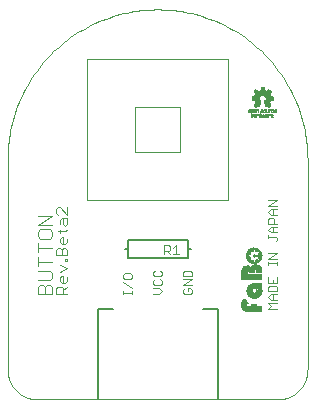
<source format=gto>
G75*
%MOIN*%
%OFA0B0*%
%FSLAX25Y25*%
%IPPOS*%
%LPD*%
%AMOC8*
5,1,8,0,0,1.08239X$1,22.5*
%
%ADD10C,0.00400*%
%ADD11C,0.00300*%
%ADD12C,0.00000*%
%ADD13C,0.00500*%
%ADD14C,0.00800*%
%ADD15C,0.00394*%
%ADD16R,0.00023X0.00483*%
%ADD17R,0.00023X0.00322*%
%ADD18R,0.00023X0.00851*%
%ADD19R,0.00023X0.00759*%
%ADD20R,0.00023X0.01035*%
%ADD21R,0.00023X0.01058*%
%ADD22R,0.00023X0.01127*%
%ADD23R,0.00023X0.01242*%
%ADD24R,0.00023X0.02047*%
%ADD25R,0.00023X0.01219*%
%ADD26R,0.00023X0.01886*%
%ADD27R,0.00023X0.00483*%
%ADD28R,0.00023X0.01426*%
%ADD29R,0.00023X0.02070*%
%ADD30R,0.00023X0.01311*%
%ADD31R,0.00023X0.01909*%
%ADD32R,0.00023X0.02047*%
%ADD33R,0.00023X0.00966*%
%ADD34R,0.00023X0.01587*%
%ADD35R,0.00023X0.02070*%
%ADD36R,0.00023X0.01380*%
%ADD37R,0.00023X0.01909*%
%ADD38R,0.00023X0.01702*%
%ADD39R,0.00023X0.01449*%
%ADD40R,0.00023X0.01242*%
%ADD41R,0.00023X0.01840*%
%ADD42R,0.00023X0.01495*%
%ADD43R,0.00023X0.01357*%
%ADD44R,0.00023X0.01955*%
%ADD45R,0.00023X0.01541*%
%ADD46R,0.00023X0.01426*%
%ADD47R,0.00023X0.01610*%
%ADD48R,0.00023X0.02162*%
%ADD49R,0.00023X0.01656*%
%ADD50R,0.00023X0.01564*%
%ADD51R,0.00023X0.02277*%
%ADD52R,0.00023X0.02369*%
%ADD53R,0.00023X0.01748*%
%ADD54R,0.00023X0.01656*%
%ADD55R,0.00023X0.02461*%
%ADD56R,0.00023X0.01794*%
%ADD57R,0.00023X0.01702*%
%ADD58R,0.00023X0.02553*%
%ADD59R,0.00023X0.01817*%
%ADD60R,0.00023X0.02622*%
%ADD61R,0.00023X0.01863*%
%ADD62R,0.00023X0.02691*%
%ADD63R,0.00023X0.01840*%
%ADD64R,0.00023X0.02760*%
%ADD65R,0.00023X0.01932*%
%ADD66R,0.00023X0.02852*%
%ADD67R,0.00023X0.01978*%
%ADD68R,0.00023X0.02921*%
%ADD69R,0.00023X0.02001*%
%ADD70R,0.00023X0.02990*%
%ADD71R,0.00023X0.02024*%
%ADD72R,0.00023X0.03036*%
%ADD73R,0.00023X0.02001*%
%ADD74R,0.00023X0.03105*%
%ADD75R,0.00023X0.02093*%
%ADD76R,0.00023X0.02024*%
%ADD77R,0.00023X0.03174*%
%ADD78R,0.00023X0.02139*%
%ADD79R,0.00023X0.03220*%
%ADD80R,0.00023X0.02162*%
%ADD81R,0.00023X0.03289*%
%ADD82R,0.00023X0.02185*%
%ADD83R,0.00023X0.02116*%
%ADD84R,0.00023X0.03358*%
%ADD85R,0.00023X0.02208*%
%ADD86R,0.00023X0.02139*%
%ADD87R,0.00023X0.03404*%
%ADD88R,0.00023X0.02231*%
%ADD89R,0.00023X0.03450*%
%ADD90R,0.00023X0.02254*%
%ADD91R,0.00023X0.03496*%
%ADD92R,0.00023X0.03565*%
%ADD93R,0.00023X0.02300*%
%ADD94R,0.00023X0.03611*%
%ADD95R,0.00023X0.02323*%
%ADD96R,0.00023X0.02254*%
%ADD97R,0.00023X0.03657*%
%ADD98R,0.00023X0.02346*%
%ADD99R,0.00023X0.02277*%
%ADD100R,0.00023X0.03703*%
%ADD101R,0.00023X0.02369*%
%ADD102R,0.00023X0.02300*%
%ADD103R,0.00023X0.03749*%
%ADD104R,0.00023X0.02392*%
%ADD105R,0.00023X0.03795*%
%ADD106R,0.00023X0.02415*%
%ADD107R,0.00023X0.03841*%
%ADD108R,0.00023X0.02438*%
%ADD109R,0.00023X0.03864*%
%ADD110R,0.00023X0.00736*%
%ADD111R,0.00023X0.02254*%
%ADD112R,0.00023X0.02484*%
%ADD113R,0.00023X0.00736*%
%ADD114R,0.00023X0.02185*%
%ADD115R,0.00023X0.02507*%
%ADD116R,0.00023X0.02530*%
%ADD117R,0.00023X0.02530*%
%ADD118R,0.00023X0.00713*%
%ADD119R,0.00023X0.02438*%
%ADD120R,0.00023X0.00713*%
%ADD121R,0.00023X0.02576*%
%ADD122R,0.00023X0.01840*%
%ADD123R,0.00023X0.02599*%
%ADD124R,0.00023X0.02461*%
%ADD125R,0.00023X0.00276*%
%ADD126R,0.00023X0.01104*%
%ADD127R,0.00023X0.00299*%
%ADD128R,0.00023X0.02599*%
%ADD129R,0.00023X0.02484*%
%ADD130R,0.00023X0.00207*%
%ADD131R,0.00023X0.01058*%
%ADD132R,0.00023X0.00690*%
%ADD133R,0.00023X0.00138*%
%ADD134R,0.00023X0.01035*%
%ADD135R,0.00023X0.02645*%
%ADD136R,0.00023X0.02507*%
%ADD137R,0.00023X0.00690*%
%ADD138R,0.00023X0.00069*%
%ADD139R,0.00023X0.01012*%
%ADD140R,0.00023X0.00046*%
%ADD141R,0.00023X0.02668*%
%ADD142R,0.00023X0.00989*%
%ADD143R,0.00023X0.02668*%
%ADD144R,0.00023X0.00667*%
%ADD145R,0.00023X0.02691*%
%ADD146R,0.00023X0.02553*%
%ADD147R,0.00023X0.00667*%
%ADD148R,0.00023X0.00966*%
%ADD149R,0.00023X0.00943*%
%ADD150R,0.00023X0.00667*%
%ADD151R,0.00023X0.02714*%
%ADD152R,0.00023X0.00920*%
%ADD153R,0.00023X0.00644*%
%ADD154R,0.00023X0.02737*%
%ADD155R,0.00023X0.00897*%
%ADD156R,0.00023X0.02737*%
%ADD157R,0.00023X0.02576*%
%ADD158R,0.00023X0.00874*%
%ADD159R,0.00023X0.00874*%
%ADD160R,0.00023X0.02760*%
%ADD161R,0.00023X0.00851*%
%ADD162R,0.00023X0.02783*%
%ADD163R,0.00023X0.00759*%
%ADD164R,0.00023X0.00828*%
%ADD165R,0.00023X0.02783*%
%ADD166R,0.00023X0.02622*%
%ADD167R,0.00023X0.00782*%
%ADD168R,0.00023X0.00805*%
%ADD169R,0.00023X0.02806*%
%ADD170R,0.00023X0.00828*%
%ADD171R,0.00023X0.00782*%
%ADD172R,0.00023X0.00805*%
%ADD173R,0.00023X0.02806*%
%ADD174R,0.00023X0.00828*%
%ADD175R,0.00023X0.02829*%
%ADD176R,0.00023X0.02645*%
%ADD177R,0.00023X0.00920*%
%ADD178R,0.00023X0.00920*%
%ADD179R,0.00023X0.02852*%
%ADD180R,0.00023X0.00943*%
%ADD181R,0.00023X0.00690*%
%ADD182R,0.00023X0.02875*%
%ADD183R,0.00023X0.00989*%
%ADD184R,0.00023X0.02875*%
%ADD185R,0.00023X0.01012*%
%ADD186R,0.00023X0.00644*%
%ADD187R,0.00023X0.02898*%
%ADD188R,0.00023X0.00621*%
%ADD189R,0.00023X0.02898*%
%ADD190R,0.00023X0.01081*%
%ADD191R,0.00023X0.00598*%
%ADD192R,0.00023X0.01104*%
%ADD193R,0.00023X0.00575*%
%ADD194R,0.00023X0.00552*%
%ADD195R,0.00023X0.02921*%
%ADD196R,0.00023X0.01150*%
%ADD197R,0.00023X0.00552*%
%ADD198R,0.00023X0.01127*%
%ADD199R,0.00023X0.02944*%
%ADD200R,0.00023X0.01150*%
%ADD201R,0.00023X0.00529*%
%ADD202R,0.00023X0.02944*%
%ADD203R,0.00023X0.00506*%
%ADD204R,0.00023X0.02967*%
%ADD205R,0.00023X0.00460*%
%ADD206R,0.00023X0.02967*%
%ADD207R,0.00023X0.00437*%
%ADD208R,0.00023X0.00414*%
%ADD209R,0.00023X0.02346*%
%ADD210R,0.00023X0.02323*%
%ADD211R,0.00023X0.00414*%
%ADD212R,0.00023X0.00230*%
%ADD213R,0.00023X0.00391*%
%ADD214R,0.00023X0.02231*%
%ADD215R,0.00023X0.00161*%
%ADD216R,0.00023X0.01978*%
%ADD217R,0.00023X0.00368*%
%ADD218R,0.00023X0.00115*%
%ADD219R,0.00023X0.01932*%
%ADD220R,0.00023X0.00368*%
%ADD221R,0.00023X0.01886*%
%ADD222R,0.00023X0.00391*%
%ADD223R,0.00023X0.00023*%
%ADD224R,0.00023X0.01863*%
%ADD225R,0.00023X0.02116*%
%ADD226R,0.00023X0.01104*%
%ADD227R,0.00023X0.02093*%
%ADD228R,0.00023X0.01817*%
%ADD229R,0.00023X0.00690*%
%ADD230R,0.00023X0.00828*%
%ADD231R,0.00023X0.00621*%
%ADD232R,0.00023X0.00897*%
%ADD233R,0.00023X0.01794*%
%ADD234R,0.00023X0.01955*%
%ADD235R,0.00023X0.02645*%
%ADD236R,0.00023X0.02001*%
%ADD237R,0.00023X0.02001*%
%ADD238R,0.00023X0.01012*%
%ADD239R,0.00023X0.01173*%
%ADD240R,0.00023X0.01196*%
%ADD241R,0.00023X0.01196*%
%ADD242R,0.00023X0.01173*%
%ADD243R,0.00023X0.02070*%
%ADD244R,0.00023X0.01219*%
%ADD245R,0.00023X0.00253*%
%ADD246R,0.00023X0.02415*%
%ADD247R,0.00023X0.01265*%
%ADD248R,0.00023X0.02231*%
%ADD249R,0.00023X0.02392*%
%ADD250R,0.00023X0.01265*%
%ADD251R,0.00023X0.02392*%
%ADD252R,0.00023X0.05060*%
%ADD253R,0.00023X0.01288*%
%ADD254R,0.00023X0.05037*%
%ADD255R,0.00023X0.02323*%
%ADD256R,0.00023X0.05037*%
%ADD257R,0.00023X0.05014*%
%ADD258R,0.00023X0.04991*%
%ADD259R,0.00023X0.01173*%
%ADD260R,0.00023X0.04991*%
%ADD261R,0.00023X0.01173*%
%ADD262R,0.00023X0.04945*%
%ADD263R,0.00023X0.04945*%
%ADD264R,0.00023X0.01081*%
%ADD265R,0.00023X0.01081*%
%ADD266R,0.00023X0.04899*%
%ADD267R,0.00023X0.04899*%
%ADD268R,0.00023X0.04876*%
%ADD269R,0.00023X0.01012*%
%ADD270R,0.00023X0.04876*%
%ADD271R,0.00023X0.00989*%
%ADD272R,0.00023X0.04853*%
%ADD273R,0.00023X0.04830*%
%ADD274R,0.00023X0.00920*%
%ADD275R,0.00023X0.04784*%
%ADD276R,0.00023X0.01840*%
%ADD277R,0.00023X0.04784*%
%ADD278R,0.00023X0.00851*%
%ADD279R,0.00023X0.04738*%
%ADD280R,0.00023X0.01748*%
%ADD281R,0.00023X0.04738*%
%ADD282R,0.00023X0.04692*%
%ADD283R,0.00023X0.04692*%
%ADD284R,0.00023X0.01679*%
%ADD285R,0.00023X0.04669*%
%ADD286R,0.00023X0.01725*%
%ADD287R,0.00023X0.04646*%
%ADD288R,0.00023X0.00046*%
%ADD289R,0.00023X0.04623*%
%ADD290R,0.00023X0.01771*%
%ADD291R,0.00023X0.04600*%
%ADD292R,0.00023X0.00230*%
%ADD293R,0.00023X0.04577*%
%ADD294R,0.00023X0.00322*%
%ADD295R,0.00023X0.04531*%
%ADD296R,0.00023X0.04531*%
%ADD297R,0.00023X0.00506*%
%ADD298R,0.00023X0.04485*%
%ADD299R,0.00023X0.00575*%
%ADD300R,0.00023X0.04439*%
%ADD301R,0.00023X0.00598*%
%ADD302R,0.00023X0.04439*%
%ADD303R,0.00023X0.04393*%
%ADD304R,0.00023X0.00667*%
%ADD305R,0.00023X0.04370*%
%ADD306R,0.00023X0.04347*%
%ADD307R,0.00023X0.00759*%
%ADD308R,0.00023X0.04301*%
%ADD309R,0.00023X0.04278*%
%ADD310R,0.00023X0.04232*%
%ADD311R,0.00023X0.04209*%
%ADD312R,0.00023X0.04186*%
%ADD313R,0.00023X0.01817*%
%ADD314R,0.00023X0.04140*%
%ADD315R,0.00023X0.04094*%
%ADD316R,0.00023X0.04048*%
%ADD317R,0.00023X0.04025*%
%ADD318R,0.00023X0.01771*%
%ADD319R,0.00023X0.03979*%
%ADD320R,0.00023X0.03933*%
%ADD321R,0.00023X0.03887*%
%ADD322R,0.00023X0.01748*%
%ADD323R,0.00023X0.01909*%
%ADD324R,0.00023X0.03818*%
%ADD325R,0.00023X0.01725*%
%ADD326R,0.00023X0.03749*%
%ADD327R,0.00023X0.03703*%
%ADD328R,0.00023X0.01679*%
%ADD329R,0.00023X0.03657*%
%ADD330R,0.00023X0.03611*%
%ADD331R,0.00023X0.01748*%
%ADD332R,0.00023X0.03864*%
%ADD333R,0.00023X0.03565*%
%ADD334R,0.00023X0.03841*%
%ADD335R,0.00023X0.03519*%
%ADD336R,0.00023X0.03795*%
%ADD337R,0.00023X0.03473*%
%ADD338R,0.00023X0.03427*%
%ADD339R,0.00023X0.03335*%
%ADD340R,0.00023X0.03289*%
%ADD341R,0.00023X0.03220*%
%ADD342R,0.00023X0.03151*%
%ADD343R,0.00023X0.03105*%
%ADD344R,0.00023X0.03450*%
%ADD345R,0.00023X0.03404*%
%ADD346R,0.00023X0.02070*%
%ADD347R,0.00023X0.02967*%
%ADD348R,0.00023X0.03358*%
%ADD349R,0.00023X0.00092*%
%ADD350R,0.00023X0.02898*%
%ADD351R,0.00023X0.00184*%
%ADD352R,0.00023X0.02737*%
%ADD353R,0.00023X0.03036*%
%ADD354R,0.00023X0.02990*%
%ADD355R,0.00023X0.01978*%
%ADD356R,0.00023X0.01909*%
%ADD357R,0.00023X0.02162*%
%ADD358R,0.00023X0.04669*%
%ADD359R,0.00023X0.01426*%
%ADD360R,0.00023X0.03473*%
%ADD361R,0.00023X0.03519*%
%ADD362R,0.00023X0.03588*%
%ADD363R,0.00023X0.03588*%
%ADD364R,0.00023X0.03634*%
%ADD365R,0.00023X0.03680*%
%ADD366R,0.00023X0.00299*%
%ADD367R,0.00023X0.03772*%
%ADD368R,0.00023X0.04646*%
%ADD369R,0.00023X0.03795*%
%ADD370R,0.00023X0.03818*%
%ADD371R,0.00023X0.03864*%
%ADD372R,0.00023X0.03910*%
%ADD373R,0.00023X0.03910*%
%ADD374R,0.00023X0.04623*%
%ADD375R,0.00023X0.03933*%
%ADD376R,0.00023X0.03956*%
%ADD377R,0.00023X0.03979*%
%ADD378R,0.00023X0.04600*%
%ADD379R,0.00023X0.04002*%
%ADD380R,0.00023X0.04025*%
%ADD381R,0.00023X0.04048*%
%ADD382R,0.00023X0.04577*%
%ADD383R,0.00023X0.04048*%
%ADD384R,0.00023X0.04071*%
%ADD385R,0.00023X0.04554*%
%ADD386R,0.00023X0.04117*%
%ADD387R,0.00023X0.04554*%
%ADD388R,0.00023X0.04140*%
%ADD389R,0.00023X0.04163*%
%ADD390R,0.00023X0.04508*%
%ADD391R,0.00023X0.04163*%
%ADD392R,0.00023X0.04117*%
%ADD393R,0.00023X0.04094*%
%ADD394R,0.00023X0.04485*%
%ADD395R,0.00023X0.04048*%
%ADD396R,0.00023X0.04462*%
%ADD397R,0.00023X0.04002*%
%ADD398R,0.00023X0.04462*%
%ADD399R,0.00023X0.03956*%
%ADD400R,0.00023X0.03956*%
%ADD401R,0.00023X0.04416*%
%ADD402R,0.00023X0.04393*%
%ADD403R,0.00023X0.03726*%
%ADD404R,0.00023X0.04324*%
%ADD405R,0.00023X0.03680*%
%ADD406R,0.00023X0.04324*%
%ADD407R,0.00023X0.03634*%
%ADD408R,0.00023X0.03542*%
%ADD409R,0.00023X0.04255*%
%ADD410R,0.00023X0.03496*%
%ADD411R,0.00023X0.04232*%
%ADD412R,0.00023X0.04209*%
%ADD413R,0.00023X0.03404*%
%ADD414R,0.00023X0.03312*%
%ADD415R,0.00023X0.03243*%
%ADD416R,0.00023X0.03174*%
%ADD417R,0.00023X0.03128*%
%ADD418R,0.00023X0.03059*%
%ADD419R,0.00023X0.02990*%
%ADD420R,0.00023X0.02806*%
%ADD421R,0.00023X0.02484*%
%ADD422R,0.00023X0.03312*%
%ADD423R,0.00023X0.03013*%
%ADD424R,0.00023X0.01656*%
%ADD425R,0.00023X0.01495*%
%ADD426R,0.00023X0.01334*%
%ADD427R,0.00260X0.00020*%
%ADD428R,0.00380X0.00020*%
%ADD429R,0.00320X0.00020*%
%ADD430R,0.00220X0.00020*%
%ADD431R,0.00240X0.00020*%
%ADD432R,0.00260X0.00020*%
%ADD433R,0.00700X0.00020*%
%ADD434R,0.00400X0.00020*%
%ADD435R,0.00240X0.00020*%
%ADD436R,0.00480X0.00020*%
%ADD437R,0.00720X0.00020*%
%ADD438R,0.00700X0.00020*%
%ADD439R,0.00540X0.00020*%
%ADD440R,0.00760X0.00020*%
%ADD441R,0.00720X0.00020*%
%ADD442R,0.00280X0.00020*%
%ADD443R,0.00740X0.00020*%
%ADD444R,0.00600X0.00020*%
%ADD445R,0.00780X0.00020*%
%ADD446R,0.00740X0.00020*%
%ADD447R,0.00280X0.00020*%
%ADD448R,0.00760X0.00020*%
%ADD449R,0.00660X0.00020*%
%ADD450R,0.00780X0.00020*%
%ADD451R,0.00300X0.00020*%
%ADD452R,0.00800X0.00020*%
%ADD453R,0.00300X0.00020*%
%ADD454R,0.00320X0.00020*%
%ADD455R,0.00820X0.00020*%
%ADD456R,0.00800X0.00020*%
%ADD457R,0.00320X0.00020*%
%ADD458R,0.00340X0.00020*%
%ADD459R,0.00840X0.00020*%
%ADD460R,0.00340X0.00020*%
%ADD461R,0.00820X0.00020*%
%ADD462R,0.00840X0.00020*%
%ADD463R,0.00820X0.00020*%
%ADD464R,0.00360X0.00020*%
%ADD465R,0.00740X0.00020*%
%ADD466R,0.00320X0.00020*%
%ADD467R,0.00380X0.00020*%
%ADD468R,0.00360X0.00020*%
%ADD469R,0.00180X0.00020*%
%ADD470R,0.00400X0.00020*%
%ADD471R,0.00120X0.00020*%
%ADD472R,0.00080X0.00020*%
%ADD473R,0.00420X0.00020*%
%ADD474R,0.00040X0.00020*%
%ADD475R,0.00440X0.00020*%
%ADD476R,0.00440X0.00020*%
%ADD477R,0.00460X0.00020*%
%ADD478R,0.00460X0.00020*%
%ADD479R,0.00480X0.00020*%
%ADD480R,0.00880X0.00020*%
%ADD481R,0.00220X0.00020*%
%ADD482R,0.00500X0.00020*%
%ADD483R,0.00880X0.00020*%
%ADD484R,0.00240X0.00020*%
%ADD485R,0.00240X0.00020*%
%ADD486R,0.00220X0.00020*%
%ADD487R,0.00220X0.00020*%
%ADD488R,0.00040X0.00020*%
%ADD489R,0.00080X0.00020*%
%ADD490R,0.00060X0.00020*%
%ADD491R,0.00340X0.00020*%
%ADD492R,0.00100X0.00020*%
%ADD493R,0.00820X0.00020*%
%ADD494R,0.00200X0.00020*%
%ADD495R,0.00620X0.00020*%
%ADD496R,0.00340X0.00020*%
%ADD497R,0.00640X0.00020*%
%ADD498R,0.00640X0.00020*%
%ADD499R,0.00660X0.00020*%
%ADD500R,0.00680X0.00020*%
%ADD501R,0.00740X0.00020*%
%ADD502R,0.00720X0.00020*%
%ADD503R,0.00620X0.00020*%
%ADD504R,0.00680X0.00020*%
%ADD505R,0.00560X0.00020*%
%ADD506R,0.00520X0.00020*%
%ADD507R,0.00560X0.00020*%
%ADD508R,0.00420X0.00020*%
%ADD509R,0.00200X0.00020*%
%ADD510R,0.00160X0.00020*%
%ADD511R,0.00180X0.00020*%
%ADD512R,0.00420X0.00020*%
%ADD513R,0.00520X0.00020*%
%ADD514R,0.00500X0.00020*%
%ADD515R,0.00580X0.00020*%
%ADD516R,0.00540X0.00020*%
%ADD517R,0.00580X0.00020*%
%ADD518R,0.00640X0.00020*%
%ADD519R,0.00600X0.00020*%
%ADD520R,0.00620X0.00020*%
%ADD521R,0.00860X0.00020*%
%ADD522R,0.00860X0.00020*%
%ADD523R,0.00120X0.00020*%
%ADD524R,0.00120X0.00020*%
%ADD525R,0.00140X0.00020*%
%ADD526R,0.00040X0.00020*%
%ADD527R,0.00060X0.00020*%
%ADD528R,0.00020X0.00020*%
%ADD529R,0.00020X0.00020*%
%ADD530R,0.00540X0.00020*%
%ADD531R,0.00520X0.00020*%
%ADD532R,0.00020X0.00020*%
%ADD533R,0.00100X0.00020*%
%ADD534R,0.00140X0.00020*%
%ADD535R,0.00160X0.00020*%
%ADD536R,0.00900X0.00020*%
%ADD537R,0.00960X0.00020*%
%ADD538R,0.00120X0.00020*%
%ADD539R,0.01000X0.00020*%
%ADD540R,0.01060X0.00020*%
%ADD541R,0.01100X0.00020*%
%ADD542R,0.01160X0.00020*%
%ADD543R,0.01200X0.00020*%
%ADD544R,0.01260X0.00020*%
%ADD545R,0.01300X0.00020*%
%ADD546R,0.00440X0.00020*%
%ADD547R,0.01840X0.00020*%
%ADD548R,0.01840X0.00020*%
%ADD549R,0.01860X0.00020*%
%ADD550R,0.01900X0.00020*%
%ADD551R,0.01920X0.00020*%
%ADD552R,0.01920X0.00020*%
%ADD553R,0.01960X0.00020*%
%ADD554R,0.01980X0.00020*%
%ADD555R,0.02000X0.00020*%
%ADD556R,0.02040X0.00020*%
%ADD557R,0.02060X0.00020*%
%ADD558R,0.02080X0.00020*%
%ADD559R,0.02100X0.00020*%
%ADD560R,0.02100X0.00020*%
%ADD561R,0.02080X0.00020*%
%ADD562R,0.02060X0.00020*%
%ADD563R,0.02040X0.00020*%
%ADD564R,0.02040X0.00020*%
%ADD565R,0.02040X0.00020*%
%ADD566R,0.02020X0.00020*%
%ADD567R,0.02020X0.00020*%
%ADD568R,0.02020X0.00020*%
%ADD569R,0.02020X0.00020*%
%ADD570R,0.02000X0.00020*%
%ADD571R,0.01980X0.00020*%
%ADD572R,0.01940X0.00020*%
%ADD573R,0.01940X0.00020*%
%ADD574R,0.01920X0.00020*%
%ADD575R,0.01920X0.00020*%
%ADD576R,0.02120X0.00020*%
%ADD577R,0.02120X0.00020*%
%ADD578R,0.02140X0.00020*%
%ADD579R,0.02140X0.00020*%
%ADD580R,0.02180X0.00020*%
%ADD581R,0.02180X0.00020*%
%ADD582R,0.02200X0.00020*%
%ADD583R,0.02220X0.00020*%
%ADD584R,0.02220X0.00020*%
%ADD585R,0.02260X0.00020*%
%ADD586R,0.02260X0.00020*%
%ADD587R,0.02240X0.00020*%
%ADD588R,0.02220X0.00020*%
%ADD589R,0.02200X0.00020*%
%ADD590R,0.02160X0.00020*%
%ADD591R,0.02160X0.00020*%
%ADD592R,0.02280X0.00020*%
%ADD593R,0.02360X0.00020*%
%ADD594R,0.02460X0.00020*%
%ADD595R,0.02540X0.00020*%
%ADD596R,0.02620X0.00020*%
%ADD597R,0.02620X0.00020*%
%ADD598R,0.02740X0.00020*%
%ADD599R,0.02820X0.00020*%
%ADD600R,0.02820X0.00020*%
%ADD601R,0.02840X0.00020*%
%ADD602R,0.02840X0.00020*%
%ADD603R,0.02800X0.00020*%
%ADD604R,0.02800X0.00020*%
%ADD605R,0.02780X0.00020*%
%ADD606R,0.02780X0.00020*%
%ADD607R,0.02760X0.00020*%
%ADD608R,0.02760X0.00020*%
%ADD609R,0.02740X0.00020*%
%ADD610R,0.02740X0.00020*%
%ADD611R,0.02740X0.00020*%
%ADD612R,0.02720X0.00020*%
%ADD613R,0.02720X0.00020*%
%ADD614R,0.02720X0.00020*%
%ADD615R,0.02720X0.00020*%
%ADD616R,0.02820X0.00020*%
%ADD617R,0.02820X0.00020*%
%ADD618R,0.02840X0.00020*%
%ADD619R,0.02840X0.00020*%
%ADD620R,0.02640X0.00020*%
%ADD621R,0.02540X0.00020*%
%ADD622R,0.02360X0.00020*%
%ADD623R,0.02220X0.00020*%
%ADD624R,0.02300X0.00020*%
%ADD625R,0.02420X0.00020*%
%ADD626R,0.05220X0.00020*%
%ADD627R,0.05180X0.00020*%
%ADD628R,0.05180X0.00020*%
%ADD629R,0.05140X0.00020*%
%ADD630R,0.05140X0.00020*%
%ADD631R,0.05100X0.00020*%
%ADD632R,0.05100X0.00020*%
%ADD633R,0.05060X0.00020*%
%ADD634R,0.05020X0.00020*%
%ADD635R,0.05020X0.00020*%
%ADD636R,0.04980X0.00020*%
%ADD637R,0.04940X0.00020*%
%ADD638R,0.04940X0.00020*%
%ADD639R,0.04900X0.00020*%
%ADD640R,0.04900X0.00020*%
%ADD641R,0.04860X0.00020*%
%ADD642R,0.04860X0.00020*%
%ADD643R,0.04980X0.00020*%
%ADD644R,0.05220X0.00020*%
%ADD645R,0.05260X0.00020*%
%ADD646R,0.05260X0.00020*%
%ADD647R,0.05300X0.00020*%
%ADD648R,0.05340X0.00020*%
%ADD649R,0.05380X0.00020*%
%ADD650R,0.05380X0.00020*%
%ADD651R,0.05420X0.00020*%
%ADD652R,0.05460X0.00020*%
%ADD653R,0.05460X0.00020*%
%ADD654R,0.05500X0.00020*%
%ADD655R,0.05540X0.00020*%
%ADD656R,0.05540X0.00020*%
%ADD657R,0.05580X0.00020*%
%ADD658R,0.05620X0.00020*%
%ADD659R,0.05660X0.00020*%
%ADD660R,0.05700X0.00020*%
%ADD661R,0.05700X0.00020*%
%ADD662R,0.05740X0.00020*%
%ADD663R,0.05780X0.00020*%
%ADD664R,0.05820X0.00020*%
%ADD665R,0.05820X0.00020*%
%ADD666R,0.05860X0.00020*%
%ADD667R,0.05900X0.00020*%
%ADD668R,0.05940X0.00020*%
%ADD669R,0.05940X0.00020*%
%ADD670R,0.05980X0.00020*%
%ADD671R,0.05900X0.00020*%
%ADD672R,0.05860X0.00020*%
%ADD673R,0.05660X0.00020*%
%ADD674R,0.01380X0.00020*%
%ADD675R,0.02700X0.00020*%
%ADD676R,0.01320X0.00020*%
%ADD677R,0.02580X0.00020*%
%ADD678R,0.01320X0.00020*%
%ADD679R,0.01280X0.00020*%
%ADD680R,0.02500X0.00020*%
%ADD681R,0.01220X0.00020*%
%ADD682R,0.02380X0.00020*%
%ADD683R,0.01220X0.00020*%
%ADD684R,0.01180X0.00020*%
%ADD685R,0.02300X0.00020*%
%ADD686R,0.01140X0.00020*%
%ADD687R,0.01120X0.00020*%
%ADD688R,0.01080X0.00020*%
%ADD689R,0.01040X0.00020*%
%ADD690R,0.00980X0.00020*%
%ADD691R,0.01900X0.00020*%
%ADD692R,0.00940X0.00020*%
%ADD693R,0.01820X0.00020*%
%ADD694R,0.00940X0.00020*%
%ADD695R,0.01700X0.00020*%
%ADD696R,0.01620X0.00020*%
%ADD697R,0.01500X0.00020*%
%ADD698R,0.01460X0.00020*%
%ADD699R,0.01420X0.00020*%
%ADD700R,0.01420X0.00020*%
%ADD701R,0.01380X0.00020*%
%ADD702R,0.01340X0.00020*%
%ADD703R,0.00140X0.00020*%
%ADD704R,0.01340X0.00020*%
%ADD705R,0.00140X0.00020*%
%ADD706R,0.01300X0.00020*%
%ADD707R,0.01260X0.00020*%
%ADD708R,0.01220X0.00020*%
%ADD709R,0.01180X0.00020*%
%ADD710R,0.01140X0.00020*%
%ADD711R,0.01140X0.00020*%
%ADD712R,0.01100X0.00020*%
D10*
X0016996Y0059206D02*
X0016996Y0061508D01*
X0017763Y0062275D01*
X0018531Y0062275D01*
X0019298Y0061508D01*
X0019298Y0059206D01*
X0019298Y0061508D02*
X0020065Y0062275D01*
X0020833Y0062275D01*
X0021600Y0061508D01*
X0021600Y0059206D01*
X0016996Y0059206D01*
X0016996Y0063810D02*
X0020833Y0063810D01*
X0021600Y0064577D01*
X0021600Y0066112D01*
X0020833Y0066879D01*
X0016996Y0066879D01*
X0016996Y0068414D02*
X0016996Y0071483D01*
X0016996Y0069948D02*
X0021600Y0069948D01*
X0021600Y0074552D02*
X0016996Y0074552D01*
X0016996Y0073018D02*
X0016996Y0076087D01*
X0017763Y0077622D02*
X0016996Y0078389D01*
X0016996Y0079924D01*
X0017763Y0080691D01*
X0020833Y0080691D01*
X0021600Y0079924D01*
X0021600Y0078389D01*
X0020833Y0077622D01*
X0017763Y0077622D01*
X0016996Y0082226D02*
X0021600Y0085295D01*
X0016996Y0085295D01*
X0016996Y0082226D02*
X0021600Y0082226D01*
D11*
X0024181Y0082486D02*
X0024181Y0083720D01*
X0024798Y0084337D01*
X0026650Y0084337D01*
X0026650Y0082486D01*
X0026033Y0081869D01*
X0025416Y0082486D01*
X0025416Y0084337D01*
X0026650Y0085552D02*
X0024181Y0088021D01*
X0023564Y0088021D01*
X0022947Y0087403D01*
X0022947Y0086169D01*
X0023564Y0085552D01*
X0026650Y0085552D02*
X0026650Y0088021D01*
X0026650Y0080648D02*
X0026033Y0080030D01*
X0023564Y0080030D01*
X0024181Y0079413D02*
X0024181Y0080648D01*
X0024798Y0078199D02*
X0025416Y0078199D01*
X0025416Y0075730D01*
X0026033Y0075730D02*
X0024798Y0075730D01*
X0024181Y0076347D01*
X0024181Y0077582D01*
X0024798Y0078199D01*
X0026650Y0076347D02*
X0026033Y0075730D01*
X0026650Y0076347D02*
X0026650Y0077582D01*
X0026033Y0074516D02*
X0026650Y0073898D01*
X0026650Y0072047D01*
X0022947Y0072047D01*
X0022947Y0073898D01*
X0023564Y0074516D01*
X0024181Y0074516D01*
X0024798Y0073898D01*
X0024798Y0072047D01*
X0026033Y0070823D02*
X0026033Y0070205D01*
X0026650Y0070205D01*
X0026650Y0070823D01*
X0026033Y0070823D01*
X0024798Y0073898D02*
X0025416Y0074516D01*
X0026033Y0074516D01*
X0024181Y0068991D02*
X0026650Y0067757D01*
X0024181Y0066522D01*
X0024798Y0065308D02*
X0025416Y0065308D01*
X0025416Y0062839D01*
X0026033Y0062839D02*
X0024798Y0062839D01*
X0024181Y0063456D01*
X0024181Y0064691D01*
X0024798Y0065308D01*
X0026650Y0063456D02*
X0026033Y0062839D01*
X0026650Y0063456D02*
X0026650Y0064691D01*
X0026650Y0061625D02*
X0025416Y0060390D01*
X0025416Y0061007D02*
X0025416Y0059156D01*
X0026650Y0059156D02*
X0022947Y0059156D01*
X0022947Y0061007D01*
X0023564Y0061625D01*
X0024798Y0061625D01*
X0025416Y0061007D01*
X0045348Y0060123D02*
X0045348Y0059156D01*
X0045348Y0059640D02*
X0048250Y0059640D01*
X0048250Y0060123D02*
X0048250Y0059156D01*
X0048250Y0061120D02*
X0045348Y0063055D01*
X0045831Y0064067D02*
X0045348Y0064551D01*
X0045348Y0065518D01*
X0045831Y0066002D01*
X0047766Y0066002D01*
X0048250Y0065518D01*
X0048250Y0064551D01*
X0047766Y0064067D01*
X0045831Y0064067D01*
X0055348Y0063554D02*
X0055348Y0062586D01*
X0055831Y0062102D01*
X0057766Y0062102D01*
X0058250Y0062586D01*
X0058250Y0063554D01*
X0057766Y0064037D01*
X0057766Y0065049D02*
X0055831Y0065049D01*
X0055348Y0065533D01*
X0055348Y0066500D01*
X0055831Y0066984D01*
X0057766Y0066984D02*
X0058250Y0066500D01*
X0058250Y0065533D01*
X0057766Y0065049D01*
X0055831Y0064037D02*
X0055348Y0063554D01*
X0055348Y0061091D02*
X0057283Y0061091D01*
X0058250Y0060123D01*
X0057283Y0059156D01*
X0055348Y0059156D01*
X0065348Y0059640D02*
X0065831Y0059156D01*
X0067766Y0059156D01*
X0068250Y0059640D01*
X0068250Y0060607D01*
X0067766Y0061091D01*
X0066799Y0061091D01*
X0066799Y0060123D01*
X0065831Y0061091D02*
X0065348Y0060607D01*
X0065348Y0059640D01*
X0065348Y0062102D02*
X0068250Y0064037D01*
X0065348Y0064037D01*
X0065348Y0065049D02*
X0065348Y0066500D01*
X0065831Y0066984D01*
X0067766Y0066984D01*
X0068250Y0066500D01*
X0068250Y0065049D01*
X0065348Y0065049D01*
X0065348Y0062102D02*
X0068250Y0062102D01*
X0063938Y0072456D02*
X0062003Y0072456D01*
X0062971Y0072456D02*
X0062971Y0075358D01*
X0062003Y0074391D01*
X0060992Y0074875D02*
X0060992Y0073907D01*
X0060508Y0073423D01*
X0059057Y0073423D01*
X0059057Y0072456D02*
X0059057Y0075358D01*
X0060508Y0075358D01*
X0060992Y0074875D01*
X0060024Y0073423D02*
X0060992Y0072456D01*
X0093748Y0072788D02*
X0096650Y0072788D01*
X0093748Y0070853D01*
X0096650Y0070853D01*
X0096650Y0069856D02*
X0096650Y0068888D01*
X0096650Y0069372D02*
X0093748Y0069372D01*
X0093748Y0068888D02*
X0093748Y0069856D01*
X0093748Y0064930D02*
X0093748Y0062995D01*
X0096650Y0062995D01*
X0096650Y0064930D01*
X0095199Y0063963D02*
X0095199Y0062995D01*
X0096166Y0061984D02*
X0094231Y0061984D01*
X0093748Y0061500D01*
X0093748Y0060049D01*
X0096650Y0060049D01*
X0096650Y0061500D01*
X0096166Y0061984D01*
X0096650Y0059037D02*
X0094715Y0059037D01*
X0093748Y0058070D01*
X0094715Y0057102D01*
X0096650Y0057102D01*
X0096650Y0056091D02*
X0093748Y0056091D01*
X0094715Y0055123D01*
X0093748Y0054156D01*
X0096650Y0054156D01*
X0095199Y0057102D02*
X0095199Y0059037D01*
X0096166Y0076746D02*
X0096650Y0077230D01*
X0096650Y0077713D01*
X0096166Y0078197D01*
X0093748Y0078197D01*
X0093748Y0077713D02*
X0093748Y0078681D01*
X0094715Y0079692D02*
X0093748Y0080660D01*
X0094715Y0081627D01*
X0096650Y0081627D01*
X0096650Y0082639D02*
X0093748Y0082639D01*
X0093748Y0084090D01*
X0094231Y0084574D01*
X0095199Y0084574D01*
X0095683Y0084090D01*
X0095683Y0082639D01*
X0095199Y0081627D02*
X0095199Y0079692D01*
X0094715Y0079692D02*
X0096650Y0079692D01*
X0096650Y0085585D02*
X0094715Y0085585D01*
X0093748Y0086553D01*
X0094715Y0087520D01*
X0096650Y0087520D01*
X0096650Y0088532D02*
X0093748Y0088532D01*
X0096650Y0090467D01*
X0093748Y0090467D01*
X0095199Y0087520D02*
X0095199Y0085585D01*
D12*
X0096800Y0024006D02*
X0016800Y0024006D01*
X0016558Y0024009D01*
X0016317Y0024018D01*
X0016076Y0024032D01*
X0015835Y0024053D01*
X0015595Y0024079D01*
X0015355Y0024111D01*
X0015116Y0024149D01*
X0014879Y0024192D01*
X0014642Y0024242D01*
X0014407Y0024297D01*
X0014173Y0024357D01*
X0013941Y0024424D01*
X0013710Y0024495D01*
X0013481Y0024573D01*
X0013254Y0024656D01*
X0013029Y0024744D01*
X0012806Y0024838D01*
X0012586Y0024937D01*
X0012368Y0025042D01*
X0012153Y0025151D01*
X0011940Y0025266D01*
X0011730Y0025386D01*
X0011524Y0025511D01*
X0011320Y0025641D01*
X0011119Y0025776D01*
X0010922Y0025916D01*
X0010728Y0026060D01*
X0010538Y0026209D01*
X0010352Y0026363D01*
X0010169Y0026521D01*
X0009990Y0026683D01*
X0009815Y0026850D01*
X0009644Y0027021D01*
X0009477Y0027196D01*
X0009315Y0027375D01*
X0009157Y0027558D01*
X0009003Y0027744D01*
X0008854Y0027934D01*
X0008710Y0028128D01*
X0008570Y0028325D01*
X0008435Y0028526D01*
X0008305Y0028730D01*
X0008180Y0028936D01*
X0008060Y0029146D01*
X0007945Y0029359D01*
X0007836Y0029574D01*
X0007731Y0029792D01*
X0007632Y0030012D01*
X0007538Y0030235D01*
X0007450Y0030460D01*
X0007367Y0030687D01*
X0007289Y0030916D01*
X0007218Y0031147D01*
X0007151Y0031379D01*
X0007091Y0031613D01*
X0007036Y0031848D01*
X0006986Y0032085D01*
X0006943Y0032322D01*
X0006905Y0032561D01*
X0006873Y0032801D01*
X0006847Y0033041D01*
X0006826Y0033282D01*
X0006812Y0033523D01*
X0006803Y0033764D01*
X0006800Y0034006D01*
X0006800Y0104006D01*
X0006815Y0105224D01*
X0006859Y0106440D01*
X0006933Y0107656D01*
X0007037Y0108869D01*
X0007170Y0110079D01*
X0007333Y0111286D01*
X0007525Y0112488D01*
X0007746Y0113686D01*
X0007996Y0114878D01*
X0008275Y0116063D01*
X0008583Y0117241D01*
X0008920Y0118411D01*
X0009285Y0119573D01*
X0009678Y0120725D01*
X0010099Y0121868D01*
X0010548Y0122999D01*
X0011024Y0124120D01*
X0011528Y0125229D01*
X0012058Y0126325D01*
X0012615Y0127408D01*
X0013198Y0128477D01*
X0013806Y0129531D01*
X0014441Y0130571D01*
X0015100Y0131594D01*
X0015784Y0132602D01*
X0016493Y0133592D01*
X0017225Y0134565D01*
X0017981Y0135519D01*
X0018760Y0136455D01*
X0019561Y0137372D01*
X0020385Y0138269D01*
X0021230Y0139145D01*
X0022096Y0140001D01*
X0022983Y0140836D01*
X0023890Y0141648D01*
X0024816Y0142438D01*
X0025762Y0143206D01*
X0026725Y0143950D01*
X0027707Y0144670D01*
X0028706Y0145367D01*
X0029721Y0146039D01*
X0030753Y0146686D01*
X0031800Y0147307D01*
X0032862Y0147903D01*
X0033938Y0148473D01*
X0035027Y0149017D01*
X0036130Y0149533D01*
X0037245Y0150023D01*
X0038371Y0150486D01*
X0039508Y0150921D01*
X0040656Y0151328D01*
X0041813Y0151707D01*
X0042979Y0152058D01*
X0044153Y0152380D01*
X0045335Y0152674D01*
X0046524Y0152939D01*
X0047718Y0153174D01*
X0048918Y0153381D01*
X0050123Y0153558D01*
X0051331Y0153706D01*
X0052543Y0153824D01*
X0053758Y0153913D01*
X0054974Y0153973D01*
X0056191Y0154002D01*
X0057409Y0154002D01*
X0058626Y0153973D01*
X0059842Y0153913D01*
X0061057Y0153824D01*
X0062269Y0153706D01*
X0063477Y0153558D01*
X0064682Y0153381D01*
X0065882Y0153174D01*
X0067076Y0152939D01*
X0068265Y0152674D01*
X0069447Y0152380D01*
X0070621Y0152058D01*
X0071787Y0151707D01*
X0072944Y0151328D01*
X0074092Y0150921D01*
X0075229Y0150486D01*
X0076355Y0150023D01*
X0077470Y0149533D01*
X0078573Y0149017D01*
X0079662Y0148473D01*
X0080738Y0147903D01*
X0081800Y0147307D01*
X0082847Y0146686D01*
X0083879Y0146039D01*
X0084894Y0145367D01*
X0085893Y0144670D01*
X0086875Y0143950D01*
X0087838Y0143206D01*
X0088784Y0142438D01*
X0089710Y0141648D01*
X0090617Y0140836D01*
X0091504Y0140001D01*
X0092370Y0139145D01*
X0093215Y0138269D01*
X0094039Y0137372D01*
X0094840Y0136455D01*
X0095619Y0135519D01*
X0096375Y0134565D01*
X0097107Y0133592D01*
X0097816Y0132602D01*
X0098500Y0131594D01*
X0099159Y0130571D01*
X0099794Y0129531D01*
X0100402Y0128477D01*
X0100985Y0127408D01*
X0101542Y0126325D01*
X0102072Y0125229D01*
X0102576Y0124120D01*
X0103052Y0122999D01*
X0103501Y0121868D01*
X0103922Y0120725D01*
X0104315Y0119573D01*
X0104680Y0118411D01*
X0105017Y0117241D01*
X0105325Y0116063D01*
X0105604Y0114878D01*
X0105854Y0113686D01*
X0106075Y0112488D01*
X0106267Y0111286D01*
X0106430Y0110079D01*
X0106563Y0108869D01*
X0106667Y0107656D01*
X0106741Y0106440D01*
X0106785Y0105224D01*
X0106800Y0104006D01*
X0106800Y0034006D01*
X0106797Y0033764D01*
X0106788Y0033523D01*
X0106774Y0033282D01*
X0106753Y0033041D01*
X0106727Y0032801D01*
X0106695Y0032561D01*
X0106657Y0032322D01*
X0106614Y0032085D01*
X0106564Y0031848D01*
X0106509Y0031613D01*
X0106449Y0031379D01*
X0106382Y0031147D01*
X0106311Y0030916D01*
X0106233Y0030687D01*
X0106150Y0030460D01*
X0106062Y0030235D01*
X0105968Y0030012D01*
X0105869Y0029792D01*
X0105764Y0029574D01*
X0105655Y0029359D01*
X0105540Y0029146D01*
X0105420Y0028936D01*
X0105295Y0028730D01*
X0105165Y0028526D01*
X0105030Y0028325D01*
X0104890Y0028128D01*
X0104746Y0027934D01*
X0104597Y0027744D01*
X0104443Y0027558D01*
X0104285Y0027375D01*
X0104123Y0027196D01*
X0103956Y0027021D01*
X0103785Y0026850D01*
X0103610Y0026683D01*
X0103431Y0026521D01*
X0103248Y0026363D01*
X0103062Y0026209D01*
X0102872Y0026060D01*
X0102678Y0025916D01*
X0102481Y0025776D01*
X0102280Y0025641D01*
X0102076Y0025511D01*
X0101870Y0025386D01*
X0101660Y0025266D01*
X0101447Y0025151D01*
X0101232Y0025042D01*
X0101014Y0024937D01*
X0100794Y0024838D01*
X0100571Y0024744D01*
X0100346Y0024656D01*
X0100119Y0024573D01*
X0099890Y0024495D01*
X0099659Y0024424D01*
X0099427Y0024357D01*
X0099193Y0024297D01*
X0098958Y0024242D01*
X0098721Y0024192D01*
X0098484Y0024149D01*
X0098245Y0024111D01*
X0098005Y0024079D01*
X0097765Y0024053D01*
X0097524Y0024032D01*
X0097283Y0024018D01*
X0097042Y0024009D01*
X0096800Y0024006D01*
D13*
X0076800Y0024006D02*
X0076800Y0054006D01*
X0071800Y0054006D01*
X0041800Y0054006D02*
X0036800Y0054006D01*
X0036800Y0024006D01*
D14*
X0046800Y0071006D02*
X0046800Y0074006D01*
X0045800Y0074006D01*
X0046800Y0074006D02*
X0046800Y0077006D01*
X0066800Y0077006D01*
X0066800Y0074006D01*
X0067800Y0074006D01*
X0066800Y0074006D02*
X0066800Y0071006D01*
X0046800Y0071006D01*
D15*
X0033178Y0090384D02*
X0080422Y0090384D01*
X0080422Y0137628D01*
X0033178Y0137628D01*
X0033178Y0090384D01*
X0049320Y0106526D02*
X0049320Y0121486D01*
X0064280Y0121486D01*
X0064280Y0106526D01*
X0049320Y0106526D01*
D16*
X0088925Y0071889D03*
X0091800Y0060182D03*
D17*
X0089960Y0060492D03*
X0091800Y0071900D03*
D18*
X0090374Y0073798D03*
X0088166Y0073890D03*
X0091777Y0060182D03*
X0086809Y0056065D03*
D19*
X0090374Y0071889D03*
X0091777Y0071889D03*
X0090466Y0073798D03*
D20*
X0090236Y0070003D03*
X0091754Y0060136D03*
D21*
X0088396Y0069922D03*
X0088396Y0073878D03*
X0091754Y0071900D03*
D22*
X0090167Y0073775D03*
X0090144Y0073775D03*
X0090052Y0073798D03*
X0090006Y0073821D03*
X0089937Y0073844D03*
X0089891Y0073867D03*
X0089845Y0073867D03*
X0089799Y0073890D03*
X0088994Y0073959D03*
X0090144Y0070026D03*
X0089891Y0069934D03*
X0089845Y0069911D03*
X0088994Y0069842D03*
X0091662Y0066829D03*
X0091731Y0060090D03*
X0084969Y0055582D03*
D23*
X0088787Y0069922D03*
X0091731Y0071900D03*
X0088787Y0073878D03*
X0088741Y0073855D03*
X0088580Y0073832D03*
D24*
X0089937Y0067956D03*
X0088373Y0067289D03*
X0087752Y0067289D03*
X0086924Y0067611D03*
X0086924Y0064989D03*
X0086901Y0064989D03*
X0086970Y0064989D03*
X0087016Y0064989D03*
X0087062Y0064989D03*
X0087108Y0064989D03*
X0087131Y0064989D03*
X0087177Y0064989D03*
X0087223Y0064989D03*
X0087269Y0064989D03*
X0087292Y0064989D03*
X0087338Y0064989D03*
X0087384Y0064989D03*
X0087430Y0064989D03*
X0087476Y0064989D03*
X0087499Y0064989D03*
X0087545Y0064989D03*
X0087591Y0064989D03*
X0087637Y0064989D03*
X0087683Y0064989D03*
X0087706Y0064989D03*
X0087752Y0064989D03*
X0087798Y0064989D03*
X0087844Y0064989D03*
X0087867Y0064989D03*
X0087913Y0064989D03*
X0087959Y0064989D03*
X0088005Y0064989D03*
X0088051Y0064989D03*
X0088074Y0064989D03*
X0088120Y0064989D03*
X0088166Y0064989D03*
X0088212Y0064989D03*
X0088258Y0064989D03*
X0088281Y0064989D03*
X0088327Y0064989D03*
X0088373Y0064989D03*
X0088419Y0064989D03*
X0088442Y0064989D03*
X0088488Y0064989D03*
X0088534Y0064989D03*
X0088580Y0064989D03*
X0088626Y0064989D03*
X0088649Y0064989D03*
X0088695Y0064989D03*
X0088741Y0064989D03*
X0088787Y0064989D03*
X0088833Y0064989D03*
X0088856Y0064989D03*
X0088902Y0064989D03*
X0088948Y0064989D03*
X0088994Y0064989D03*
X0089017Y0064989D03*
X0089063Y0064989D03*
X0089109Y0064989D03*
X0089155Y0064989D03*
X0089201Y0064989D03*
X0089224Y0064989D03*
X0089270Y0064989D03*
X0089316Y0064989D03*
X0089362Y0064989D03*
X0089408Y0064989D03*
X0089431Y0064989D03*
X0089477Y0064989D03*
X0089523Y0064989D03*
X0089569Y0064989D03*
X0089592Y0064989D03*
X0089638Y0064989D03*
X0089684Y0064989D03*
X0089730Y0064989D03*
X0089776Y0064989D03*
X0089799Y0064989D03*
X0089845Y0064989D03*
X0089891Y0064989D03*
X0089937Y0064989D03*
X0089983Y0064989D03*
X0090006Y0064989D03*
X0090052Y0064989D03*
X0090098Y0064989D03*
X0090144Y0064989D03*
X0090167Y0064989D03*
X0090213Y0064989D03*
X0090259Y0064989D03*
X0090305Y0064989D03*
X0090351Y0064989D03*
X0090374Y0064989D03*
X0090420Y0064989D03*
X0090466Y0064989D03*
X0090512Y0064989D03*
X0090558Y0064989D03*
X0090581Y0064989D03*
X0090627Y0064989D03*
X0090673Y0064989D03*
X0090719Y0064989D03*
X0090742Y0064989D03*
X0090788Y0064989D03*
X0090834Y0064989D03*
X0090880Y0064989D03*
X0090926Y0064989D03*
X0090949Y0064989D03*
X0090995Y0064989D03*
X0091041Y0064989D03*
X0091087Y0064989D03*
X0091133Y0064989D03*
X0091156Y0064989D03*
X0091202Y0064989D03*
X0091248Y0064989D03*
X0091294Y0064989D03*
X0091317Y0064989D03*
X0091363Y0064989D03*
X0091409Y0064989D03*
X0091455Y0064989D03*
X0091501Y0064989D03*
X0091524Y0064989D03*
X0091570Y0064989D03*
X0091616Y0064989D03*
X0091662Y0064989D03*
X0091708Y0064989D03*
X0088902Y0061746D03*
X0086924Y0060251D03*
X0087108Y0054064D03*
X0087131Y0054064D03*
X0087223Y0054041D03*
X0087269Y0054041D03*
X0087292Y0054041D03*
X0091708Y0054018D03*
D25*
X0091708Y0060044D03*
X0086809Y0060228D03*
X0088902Y0069888D03*
X0088856Y0069911D03*
X0088833Y0069911D03*
X0088580Y0069957D03*
X0088833Y0073890D03*
X0088856Y0073890D03*
D26*
X0088258Y0067208D03*
X0091708Y0061849D03*
D27*
X0091708Y0066530D03*
X0090052Y0071889D03*
X0084923Y0055559D03*
D28*
X0086648Y0071900D03*
X0091708Y0071900D03*
D29*
X0091593Y0071900D03*
X0088396Y0067300D03*
X0087729Y0067300D03*
X0087085Y0054075D03*
X0087039Y0054075D03*
X0087361Y0054029D03*
X0087407Y0054029D03*
X0087453Y0054029D03*
X0087522Y0054029D03*
X0087568Y0054029D03*
X0087614Y0054029D03*
X0087660Y0054029D03*
X0087729Y0054029D03*
X0087775Y0054029D03*
X0087821Y0054029D03*
X0087890Y0054029D03*
X0087936Y0054029D03*
X0087982Y0054029D03*
X0088028Y0054029D03*
X0088097Y0054029D03*
X0088143Y0054029D03*
X0090029Y0054029D03*
X0090075Y0054029D03*
X0090121Y0054029D03*
X0090190Y0054029D03*
X0090236Y0054029D03*
X0090282Y0054029D03*
X0090328Y0054029D03*
X0090397Y0054029D03*
X0090443Y0054029D03*
X0090489Y0054029D03*
X0090535Y0054029D03*
X0090604Y0054029D03*
X0090650Y0054029D03*
X0090696Y0054029D03*
X0090765Y0054029D03*
X0090811Y0054029D03*
X0090857Y0054029D03*
X0090903Y0054029D03*
X0090972Y0054029D03*
X0091018Y0054029D03*
X0091064Y0054029D03*
X0091110Y0054029D03*
X0091179Y0054029D03*
X0091225Y0054029D03*
X0091271Y0054029D03*
X0091340Y0054029D03*
X0091386Y0054029D03*
X0091432Y0054029D03*
X0091478Y0054029D03*
X0091547Y0054029D03*
X0091593Y0054029D03*
X0091639Y0054029D03*
X0091685Y0054029D03*
D30*
X0091685Y0059998D03*
D31*
X0091685Y0061838D03*
X0091639Y0061838D03*
X0091593Y0061838D03*
X0091547Y0061838D03*
X0091478Y0061838D03*
X0091432Y0061838D03*
X0091386Y0061838D03*
X0091340Y0061838D03*
X0091271Y0061838D03*
X0091225Y0061838D03*
X0091179Y0061838D03*
X0091110Y0061838D03*
X0091064Y0061838D03*
X0091018Y0061838D03*
X0090972Y0061838D03*
X0090903Y0061838D03*
X0090857Y0061838D03*
X0090811Y0061838D03*
X0090765Y0061838D03*
X0090696Y0061838D03*
X0090650Y0061838D03*
X0090604Y0061838D03*
X0090535Y0061838D03*
X0090489Y0061838D03*
X0090443Y0061838D03*
X0090397Y0061838D03*
X0090328Y0061838D03*
X0090282Y0061838D03*
X0090236Y0061838D03*
X0090190Y0061838D03*
X0090121Y0061838D03*
X0090075Y0061838D03*
X0090029Y0061838D03*
X0089960Y0061838D03*
X0089914Y0061838D03*
X0089868Y0061838D03*
X0089822Y0061838D03*
X0089753Y0061838D03*
X0089707Y0061838D03*
X0089661Y0061838D03*
X0089615Y0061838D03*
X0089546Y0061838D03*
X0089500Y0061838D03*
X0089454Y0061838D03*
X0089385Y0061838D03*
X0089339Y0061838D03*
X0089293Y0061838D03*
X0089247Y0061838D03*
X0090811Y0071889D03*
D32*
X0090857Y0071889D03*
X0090857Y0064989D03*
X0090811Y0064989D03*
X0090765Y0064989D03*
X0090696Y0064989D03*
X0090650Y0064989D03*
X0090604Y0064989D03*
X0090535Y0064989D03*
X0090489Y0064989D03*
X0090443Y0064989D03*
X0090397Y0064989D03*
X0090328Y0064989D03*
X0090282Y0064989D03*
X0090236Y0064989D03*
X0090190Y0064989D03*
X0090121Y0064989D03*
X0090075Y0064989D03*
X0090029Y0064989D03*
X0089960Y0064989D03*
X0089914Y0064989D03*
X0089868Y0064989D03*
X0089822Y0064989D03*
X0089753Y0064989D03*
X0089707Y0064989D03*
X0089661Y0064989D03*
X0089615Y0064989D03*
X0089546Y0064989D03*
X0089500Y0064989D03*
X0089454Y0064989D03*
X0089385Y0064989D03*
X0089339Y0064989D03*
X0089293Y0064989D03*
X0089247Y0064989D03*
X0089178Y0064989D03*
X0089132Y0064989D03*
X0089086Y0064989D03*
X0089040Y0064989D03*
X0088971Y0064989D03*
X0088925Y0064989D03*
X0088879Y0064989D03*
X0088810Y0064989D03*
X0088764Y0064989D03*
X0088718Y0064989D03*
X0088672Y0064989D03*
X0088603Y0064989D03*
X0088557Y0064989D03*
X0088511Y0064989D03*
X0088465Y0064989D03*
X0088396Y0064989D03*
X0088350Y0064989D03*
X0088304Y0064989D03*
X0088235Y0064989D03*
X0088189Y0064989D03*
X0088143Y0064989D03*
X0088097Y0064989D03*
X0088028Y0064989D03*
X0087982Y0064989D03*
X0087936Y0064989D03*
X0087890Y0064989D03*
X0087821Y0064989D03*
X0087775Y0064989D03*
X0087729Y0064989D03*
X0087660Y0064989D03*
X0087614Y0064989D03*
X0087568Y0064989D03*
X0087522Y0064989D03*
X0087453Y0064989D03*
X0087407Y0064989D03*
X0087361Y0064989D03*
X0087315Y0064989D03*
X0087246Y0064989D03*
X0087200Y0064989D03*
X0087154Y0064989D03*
X0087085Y0064989D03*
X0087039Y0064989D03*
X0086993Y0064989D03*
X0086947Y0064989D03*
X0088879Y0061746D03*
X0088925Y0058641D03*
X0089753Y0058664D03*
X0087315Y0054041D03*
X0087246Y0054041D03*
X0087200Y0054041D03*
X0090903Y0064989D03*
X0090972Y0064989D03*
X0091018Y0064989D03*
X0091064Y0064989D03*
X0091110Y0064989D03*
X0091179Y0064989D03*
X0091225Y0064989D03*
X0091271Y0064989D03*
X0091340Y0064989D03*
X0091386Y0064989D03*
X0091432Y0064989D03*
X0091478Y0064989D03*
X0091547Y0064989D03*
X0091593Y0064989D03*
X0091639Y0064989D03*
X0091685Y0064989D03*
D33*
X0091685Y0066748D03*
X0088304Y0069899D03*
X0087936Y0070060D03*
X0089546Y0071900D03*
X0090650Y0071900D03*
X0090282Y0073786D03*
X0087936Y0073717D03*
D34*
X0086671Y0071889D03*
X0091685Y0071889D03*
D35*
X0091248Y0067300D03*
X0086763Y0071900D03*
X0091294Y0059618D03*
X0089776Y0058675D03*
X0090006Y0054029D03*
X0090052Y0054029D03*
X0090098Y0054029D03*
X0090144Y0054029D03*
X0090167Y0054029D03*
X0090213Y0054029D03*
X0090259Y0054029D03*
X0090305Y0054029D03*
X0090351Y0054029D03*
X0090374Y0054029D03*
X0090420Y0054029D03*
X0090466Y0054029D03*
X0090512Y0054029D03*
X0090558Y0054029D03*
X0090581Y0054029D03*
X0090627Y0054029D03*
X0090673Y0054029D03*
X0090719Y0054029D03*
X0090742Y0054029D03*
X0090788Y0054029D03*
X0090834Y0054029D03*
X0090880Y0054029D03*
X0090926Y0054029D03*
X0090949Y0054029D03*
X0090995Y0054029D03*
X0091041Y0054029D03*
X0091087Y0054029D03*
X0091133Y0054029D03*
X0091156Y0054029D03*
X0091202Y0054029D03*
X0091248Y0054029D03*
X0091294Y0054029D03*
X0091317Y0054029D03*
X0091363Y0054029D03*
X0091409Y0054029D03*
X0091455Y0054029D03*
X0091501Y0054029D03*
X0091524Y0054029D03*
X0091570Y0054029D03*
X0091616Y0054029D03*
X0091662Y0054029D03*
X0088166Y0054029D03*
X0088120Y0054029D03*
X0088074Y0054029D03*
X0088051Y0054029D03*
X0088005Y0054029D03*
X0087959Y0054029D03*
X0087913Y0054029D03*
X0087867Y0054029D03*
X0087844Y0054029D03*
X0087798Y0054029D03*
X0087752Y0054029D03*
X0087706Y0054029D03*
X0087683Y0054029D03*
X0087637Y0054029D03*
X0087591Y0054029D03*
X0087545Y0054029D03*
X0087499Y0054029D03*
X0087476Y0054029D03*
X0087430Y0054029D03*
X0087384Y0054029D03*
X0087338Y0054029D03*
X0087062Y0054075D03*
D36*
X0091662Y0059963D03*
D37*
X0091409Y0059699D03*
X0091409Y0061838D03*
X0091363Y0061838D03*
X0091317Y0061838D03*
X0091294Y0061838D03*
X0091248Y0061838D03*
X0091202Y0061838D03*
X0091156Y0061838D03*
X0091133Y0061838D03*
X0091087Y0061838D03*
X0091041Y0061838D03*
X0090995Y0061838D03*
X0090949Y0061838D03*
X0090926Y0061838D03*
X0090880Y0061838D03*
X0090834Y0061838D03*
X0090788Y0061838D03*
X0090742Y0061838D03*
X0090719Y0061838D03*
X0090673Y0061838D03*
X0090627Y0061838D03*
X0090581Y0061838D03*
X0090558Y0061838D03*
X0090512Y0061838D03*
X0090466Y0061838D03*
X0090420Y0061838D03*
X0090374Y0061838D03*
X0090351Y0061838D03*
X0090305Y0061838D03*
X0090259Y0061838D03*
X0090213Y0061838D03*
X0090167Y0061838D03*
X0090144Y0061838D03*
X0090098Y0061838D03*
X0090052Y0061838D03*
X0090006Y0061838D03*
X0089983Y0061838D03*
X0089937Y0061838D03*
X0089891Y0061838D03*
X0089845Y0061838D03*
X0089799Y0061838D03*
X0089776Y0061838D03*
X0089730Y0061838D03*
X0089684Y0061838D03*
X0089638Y0061838D03*
X0089592Y0061838D03*
X0089569Y0061838D03*
X0089523Y0061838D03*
X0089477Y0061838D03*
X0089431Y0061838D03*
X0089408Y0061838D03*
X0089362Y0061838D03*
X0089316Y0061838D03*
X0089270Y0061838D03*
X0091455Y0061838D03*
X0091501Y0061838D03*
X0091524Y0061838D03*
X0091570Y0061838D03*
X0091616Y0061838D03*
X0091662Y0061838D03*
X0091363Y0067220D03*
X0089431Y0068002D03*
X0088281Y0067220D03*
X0087913Y0067220D03*
X0085084Y0055559D03*
D38*
X0091524Y0059802D03*
X0088166Y0067116D03*
X0087499Y0070727D03*
X0087476Y0070750D03*
X0086694Y0071900D03*
X0087476Y0073050D03*
X0091662Y0071900D03*
D39*
X0091639Y0059929D03*
D40*
X0091639Y0066886D03*
X0088764Y0069922D03*
X0086625Y0071900D03*
X0088603Y0073832D03*
X0088764Y0073855D03*
X0088810Y0073878D03*
D41*
X0091639Y0071900D03*
X0089500Y0068036D03*
D42*
X0091570Y0067013D03*
X0091616Y0059906D03*
D43*
X0091616Y0066944D03*
D44*
X0087867Y0067243D03*
X0089109Y0061815D03*
X0089155Y0058572D03*
X0089201Y0058572D03*
X0089224Y0058572D03*
X0089431Y0058572D03*
X0089477Y0058572D03*
X0089523Y0058572D03*
X0089569Y0058595D03*
X0089592Y0058595D03*
X0091616Y0071889D03*
D45*
X0091593Y0059883D03*
D46*
X0091593Y0066978D03*
D47*
X0091524Y0067070D03*
X0091570Y0059848D03*
X0086855Y0060239D03*
D48*
X0088787Y0058721D03*
X0087591Y0067346D03*
X0091156Y0067346D03*
X0091570Y0071900D03*
D49*
X0088143Y0067093D03*
X0091547Y0059825D03*
D50*
X0091547Y0067047D03*
D51*
X0091547Y0071889D03*
X0091110Y0059515D03*
D52*
X0090926Y0067450D03*
X0088695Y0067450D03*
X0091524Y0071889D03*
D53*
X0087545Y0070704D03*
X0087338Y0067668D03*
X0087430Y0067622D03*
X0088074Y0067139D03*
X0091455Y0067139D03*
X0091501Y0059779D03*
D54*
X0091501Y0067093D03*
D55*
X0090788Y0067496D03*
X0088833Y0067496D03*
X0086855Y0071889D03*
X0091501Y0071889D03*
X0087016Y0060251D03*
X0090926Y0059423D03*
D56*
X0091478Y0059756D03*
X0091432Y0067162D03*
X0089615Y0068059D03*
X0088028Y0067162D03*
X0087660Y0070658D03*
X0087614Y0070681D03*
X0085061Y0055570D03*
D57*
X0091478Y0067116D03*
D58*
X0090604Y0067542D03*
X0088971Y0067542D03*
X0086878Y0071889D03*
X0091478Y0071889D03*
X0087039Y0060251D03*
X0090811Y0059377D03*
D59*
X0091455Y0059745D03*
X0088005Y0067174D03*
X0087476Y0067588D03*
X0087062Y0067703D03*
X0089523Y0068048D03*
X0089638Y0068071D03*
X0089684Y0068071D03*
X0089730Y0068071D03*
D60*
X0089201Y0067576D03*
X0089155Y0067576D03*
X0090374Y0067576D03*
X0090420Y0067576D03*
X0091455Y0071900D03*
X0086901Y0071900D03*
X0090719Y0059342D03*
D61*
X0091432Y0059722D03*
X0091386Y0067197D03*
X0089822Y0068048D03*
X0087775Y0070601D03*
X0087775Y0073177D03*
D62*
X0091432Y0071889D03*
X0090121Y0067611D03*
X0090075Y0067611D03*
X0090029Y0067611D03*
X0090604Y0059308D03*
D63*
X0091409Y0067185D03*
X0089799Y0068059D03*
X0089776Y0068059D03*
X0087499Y0067553D03*
X0087752Y0070612D03*
X0087706Y0070635D03*
D64*
X0091409Y0071900D03*
X0085084Y0065345D03*
X0090512Y0059273D03*
D65*
X0091386Y0059687D03*
X0089385Y0058560D03*
X0089339Y0058560D03*
X0089293Y0058560D03*
X0089247Y0058560D03*
X0089178Y0061826D03*
X0088304Y0067231D03*
X0087890Y0067231D03*
X0091340Y0067231D03*
D66*
X0091386Y0071900D03*
X0090328Y0059227D03*
D67*
X0089638Y0058606D03*
X0089109Y0058583D03*
X0089063Y0058583D03*
X0091363Y0059664D03*
X0089063Y0061803D03*
X0088327Y0067254D03*
X0087844Y0067254D03*
X0091317Y0067254D03*
X0090834Y0071900D03*
D68*
X0091363Y0071889D03*
X0090167Y0059193D03*
X0090144Y0059193D03*
D69*
X0089661Y0058618D03*
X0091340Y0059653D03*
X0088971Y0061769D03*
X0088350Y0067266D03*
X0087821Y0067266D03*
D70*
X0091340Y0071900D03*
D71*
X0087798Y0067277D03*
X0087545Y0067438D03*
X0091317Y0059641D03*
X0089730Y0058652D03*
X0089684Y0058629D03*
X0088948Y0058629D03*
D72*
X0087177Y0060262D03*
X0091317Y0071900D03*
D73*
X0091294Y0067266D03*
X0088948Y0061769D03*
X0088994Y0058618D03*
X0089017Y0058618D03*
D74*
X0087062Y0071889D03*
X0091294Y0071889D03*
D75*
X0091225Y0067312D03*
X0091271Y0059607D03*
X0088879Y0058664D03*
X0086947Y0054110D03*
D76*
X0085107Y0055570D03*
X0088971Y0058629D03*
X0089707Y0058629D03*
X0088925Y0061757D03*
X0087775Y0067277D03*
X0089385Y0067921D03*
X0091271Y0067277D03*
D77*
X0091271Y0071900D03*
X0087085Y0071900D03*
D78*
X0087637Y0067335D03*
X0088442Y0067335D03*
X0091248Y0059584D03*
X0086901Y0054133D03*
D79*
X0087108Y0071900D03*
X0091248Y0071900D03*
D80*
X0088465Y0067346D03*
X0086786Y0071900D03*
X0086947Y0060239D03*
X0091225Y0059572D03*
D81*
X0091225Y0071889D03*
D82*
X0091133Y0067358D03*
X0088488Y0067358D03*
X0086901Y0067542D03*
X0088741Y0061654D03*
X0089891Y0058756D03*
X0091202Y0059561D03*
D83*
X0089845Y0058721D03*
X0088833Y0058698D03*
X0088787Y0061688D03*
X0088419Y0067323D03*
X0091202Y0067323D03*
X0090880Y0071900D03*
X0085130Y0055570D03*
X0086924Y0054121D03*
D84*
X0091202Y0071900D03*
D85*
X0091110Y0067369D03*
X0088511Y0067369D03*
X0091179Y0059549D03*
X0088764Y0058744D03*
X0086832Y0054190D03*
X0085153Y0055570D03*
D86*
X0086878Y0054156D03*
X0088810Y0058710D03*
X0089868Y0058733D03*
X0088764Y0061677D03*
X0087614Y0067335D03*
X0091179Y0067335D03*
D87*
X0091179Y0071900D03*
D88*
X0091087Y0067381D03*
X0088534Y0067381D03*
X0091156Y0059538D03*
X0088741Y0058756D03*
D89*
X0086763Y0054834D03*
X0085567Y0055570D03*
X0091156Y0071900D03*
D90*
X0091133Y0059526D03*
D91*
X0085199Y0065713D03*
X0087223Y0071900D03*
X0091133Y0071900D03*
D92*
X0091110Y0071889D03*
X0087246Y0071889D03*
X0085222Y0065748D03*
X0086671Y0054915D03*
D93*
X0088695Y0058813D03*
X0091087Y0059503D03*
X0090995Y0067415D03*
D94*
X0091087Y0071889D03*
X0087269Y0071889D03*
D95*
X0090972Y0067427D03*
X0091064Y0059492D03*
D96*
X0088718Y0058790D03*
X0088557Y0067392D03*
X0091064Y0067392D03*
D97*
X0091064Y0071889D03*
X0086579Y0054984D03*
D98*
X0091041Y0059480D03*
X0090949Y0067438D03*
X0088649Y0067438D03*
D99*
X0088580Y0067404D03*
X0091041Y0067404D03*
X0088695Y0061608D03*
X0086970Y0060251D03*
X0089937Y0058802D03*
X0086809Y0054225D03*
X0086809Y0071889D03*
D100*
X0091041Y0071889D03*
X0086533Y0055030D03*
D101*
X0086993Y0060251D03*
X0091018Y0059469D03*
X0090903Y0067450D03*
X0086832Y0071889D03*
D102*
X0088603Y0067415D03*
X0091018Y0067415D03*
D103*
X0091018Y0071889D03*
D104*
X0090880Y0067461D03*
X0090995Y0059457D03*
D105*
X0090995Y0071889D03*
D106*
X0090857Y0067473D03*
X0090972Y0059446D03*
D107*
X0087522Y0060251D03*
X0090972Y0071889D03*
D108*
X0090834Y0067484D03*
X0088787Y0067484D03*
X0090949Y0059434D03*
D109*
X0085774Y0055570D03*
X0085337Y0065897D03*
X0090949Y0071900D03*
D110*
X0090351Y0071900D03*
X0089730Y0071900D03*
X0089017Y0071900D03*
X0089684Y0069692D03*
X0090834Y0070221D03*
X0090880Y0070267D03*
X0090926Y0070313D03*
X0090926Y0073487D03*
X0090880Y0073533D03*
X0089684Y0074108D03*
D111*
X0090926Y0071900D03*
D112*
X0088879Y0067507D03*
X0090903Y0059411D03*
D113*
X0090489Y0069991D03*
X0090811Y0070198D03*
X0090857Y0070244D03*
X0090903Y0070290D03*
X0090903Y0073510D03*
X0090857Y0073556D03*
X0090489Y0073809D03*
X0087821Y0072636D03*
D114*
X0090903Y0071889D03*
X0087568Y0067358D03*
D115*
X0088902Y0067519D03*
X0090673Y0067519D03*
X0090880Y0059400D03*
D116*
X0090857Y0059388D03*
X0090650Y0067530D03*
X0088925Y0067530D03*
D117*
X0088948Y0067530D03*
X0090834Y0059388D03*
D118*
X0090512Y0069980D03*
X0090719Y0070118D03*
X0090742Y0070141D03*
X0090788Y0070187D03*
X0087844Y0071176D03*
X0087844Y0072625D03*
X0090788Y0073614D03*
X0090834Y0073568D03*
D119*
X0090811Y0067484D03*
X0088764Y0067484D03*
D120*
X0090765Y0070164D03*
X0090328Y0071889D03*
X0090811Y0073591D03*
X0090765Y0073637D03*
D121*
X0090558Y0067553D03*
X0090512Y0067553D03*
X0089063Y0067553D03*
X0089017Y0067553D03*
X0090788Y0059365D03*
X0085245Y0055570D03*
D122*
X0086717Y0071900D03*
X0090788Y0071900D03*
D123*
X0090489Y0067565D03*
X0089132Y0067565D03*
X0089086Y0067565D03*
X0090765Y0059354D03*
D124*
X0090765Y0067496D03*
X0088810Y0067496D03*
D125*
X0090765Y0071141D03*
X0087039Y0056030D03*
D126*
X0090765Y0071900D03*
D127*
X0090765Y0072648D03*
D128*
X0090466Y0067565D03*
X0089109Y0067565D03*
X0090742Y0059354D03*
D129*
X0090742Y0067507D03*
X0090719Y0067507D03*
X0088856Y0067507D03*
D130*
X0090742Y0071153D03*
X0090742Y0072648D03*
D131*
X0090742Y0071900D03*
X0090213Y0070014D03*
X0090213Y0073786D03*
X0088373Y0073878D03*
X0086602Y0071900D03*
D132*
X0087867Y0072613D03*
X0090512Y0073809D03*
X0090673Y0073717D03*
X0090719Y0073671D03*
X0090742Y0073648D03*
X0090673Y0070083D03*
X0086855Y0056076D03*
D133*
X0087108Y0056007D03*
X0088051Y0071187D03*
X0088051Y0072613D03*
X0090719Y0072659D03*
X0090719Y0071141D03*
D134*
X0090719Y0071889D03*
X0088373Y0069911D03*
D135*
X0089247Y0067588D03*
X0089293Y0067588D03*
X0090328Y0067588D03*
X0090696Y0059331D03*
X0085268Y0055559D03*
D136*
X0090696Y0067519D03*
D137*
X0090650Y0070060D03*
X0090696Y0070106D03*
X0089086Y0069623D03*
X0090696Y0073694D03*
X0089086Y0074177D03*
D138*
X0090696Y0071130D03*
X0089868Y0060619D03*
D139*
X0089454Y0071900D03*
X0089385Y0071900D03*
X0089339Y0071900D03*
X0089293Y0071900D03*
X0090696Y0071900D03*
X0090236Y0073786D03*
X0087821Y0073625D03*
D140*
X0090696Y0072659D03*
X0087154Y0055984D03*
D141*
X0090673Y0059319D03*
X0090259Y0067599D03*
X0090213Y0067599D03*
X0089316Y0067599D03*
D142*
X0089730Y0069819D03*
X0090259Y0070003D03*
X0090673Y0071889D03*
X0089477Y0071889D03*
X0088327Y0069911D03*
X0087867Y0070118D03*
X0087913Y0073706D03*
D143*
X0089339Y0067599D03*
X0090190Y0067599D03*
X0090236Y0067599D03*
X0090282Y0067599D03*
X0090650Y0059319D03*
D144*
X0090604Y0070026D03*
X0090650Y0073729D03*
D145*
X0086924Y0071889D03*
X0090052Y0067611D03*
X0090098Y0067611D03*
X0090144Y0067611D03*
X0090167Y0067611D03*
X0090627Y0059308D03*
D146*
X0090627Y0067542D03*
X0090581Y0067542D03*
X0088994Y0067542D03*
D147*
X0089109Y0069612D03*
X0090558Y0070003D03*
X0090581Y0070003D03*
X0090627Y0070049D03*
X0090627Y0073752D03*
X0090558Y0073798D03*
X0089362Y0074189D03*
X0089316Y0074189D03*
X0089270Y0074189D03*
X0089224Y0074189D03*
X0089201Y0074189D03*
X0089155Y0074189D03*
X0089109Y0074189D03*
D148*
X0089730Y0073970D03*
X0087959Y0073740D03*
X0089201Y0071900D03*
X0089224Y0071900D03*
X0089523Y0071900D03*
X0090627Y0071900D03*
X0087913Y0070083D03*
D149*
X0087982Y0070026D03*
X0089178Y0071889D03*
X0090604Y0071889D03*
X0088304Y0073890D03*
X0087982Y0073752D03*
X0086786Y0060228D03*
D150*
X0090535Y0069980D03*
X0090282Y0071889D03*
X0090604Y0073775D03*
X0090535Y0073798D03*
X0089385Y0074189D03*
X0089339Y0074189D03*
X0089293Y0074189D03*
X0089247Y0074189D03*
X0089178Y0074189D03*
X0089132Y0074189D03*
D151*
X0089983Y0067622D03*
X0090006Y0067622D03*
X0090581Y0059296D03*
X0085291Y0055570D03*
D152*
X0088005Y0070014D03*
X0089155Y0071900D03*
X0089592Y0071900D03*
X0090581Y0071900D03*
X0088258Y0073901D03*
D153*
X0089408Y0074177D03*
X0089431Y0074177D03*
X0089477Y0074177D03*
X0089523Y0074177D03*
X0089569Y0074177D03*
X0090581Y0073786D03*
X0090259Y0071900D03*
X0089638Y0069623D03*
X0089477Y0069600D03*
X0089431Y0069600D03*
X0089408Y0069600D03*
X0089362Y0069600D03*
X0089316Y0069600D03*
X0089270Y0069600D03*
X0089224Y0069600D03*
X0089201Y0069600D03*
X0089155Y0069600D03*
D154*
X0090558Y0059285D03*
X0089983Y0054363D03*
X0089937Y0054363D03*
X0089891Y0054363D03*
X0089845Y0054363D03*
X0089799Y0054363D03*
X0089776Y0054363D03*
X0089730Y0054363D03*
X0089684Y0054363D03*
X0089638Y0054363D03*
X0089592Y0054363D03*
X0089569Y0054363D03*
X0089523Y0054363D03*
X0089477Y0054363D03*
X0089431Y0054363D03*
X0089408Y0054363D03*
X0089362Y0054363D03*
X0089316Y0054363D03*
X0089270Y0054363D03*
X0089224Y0054363D03*
X0089201Y0054363D03*
X0089155Y0054363D03*
X0089109Y0054363D03*
X0089063Y0054363D03*
X0089017Y0054363D03*
X0088994Y0054363D03*
X0088948Y0054363D03*
X0088902Y0054363D03*
X0088856Y0054363D03*
X0088833Y0054363D03*
X0088787Y0054363D03*
X0088741Y0054363D03*
X0088695Y0054363D03*
X0088649Y0054363D03*
X0088626Y0054363D03*
X0088580Y0054363D03*
X0088534Y0054363D03*
X0088488Y0054363D03*
X0088442Y0054363D03*
X0088419Y0054363D03*
X0088373Y0054363D03*
X0088327Y0054363D03*
X0088281Y0054363D03*
X0088258Y0054363D03*
X0088212Y0054363D03*
D155*
X0088074Y0069957D03*
X0088051Y0069980D03*
X0090351Y0070003D03*
X0090558Y0071889D03*
X0090351Y0073798D03*
X0088074Y0073821D03*
D156*
X0090535Y0059285D03*
X0089960Y0054363D03*
X0089914Y0054363D03*
X0089868Y0054363D03*
X0089822Y0054363D03*
X0089753Y0054363D03*
X0089707Y0054363D03*
X0089661Y0054363D03*
X0089615Y0054363D03*
X0089546Y0054363D03*
X0089500Y0054363D03*
X0089454Y0054363D03*
X0089385Y0054363D03*
X0089339Y0054363D03*
X0089293Y0054363D03*
X0089247Y0054363D03*
X0089178Y0054363D03*
X0089132Y0054363D03*
X0089086Y0054363D03*
X0089040Y0054363D03*
X0088971Y0054363D03*
X0088925Y0054363D03*
X0088879Y0054363D03*
X0088810Y0054363D03*
X0088764Y0054363D03*
X0088718Y0054363D03*
X0088672Y0054363D03*
X0088603Y0054363D03*
X0088557Y0054363D03*
X0088511Y0054363D03*
X0088465Y0054363D03*
X0088396Y0054363D03*
X0088350Y0054363D03*
X0088304Y0054363D03*
X0088235Y0054363D03*
X0088189Y0054363D03*
D157*
X0089040Y0067553D03*
X0090535Y0067553D03*
D158*
X0089040Y0069715D03*
X0088189Y0069899D03*
X0088097Y0069945D03*
X0090535Y0071900D03*
X0089707Y0074039D03*
X0088235Y0073901D03*
X0088189Y0073901D03*
X0088143Y0073878D03*
X0084946Y0055570D03*
D159*
X0088166Y0069899D03*
X0088120Y0069922D03*
X0089109Y0071900D03*
X0089638Y0071900D03*
X0090512Y0071900D03*
X0090374Y0069991D03*
X0088212Y0073901D03*
X0088120Y0073855D03*
D160*
X0086947Y0071900D03*
X0090489Y0059273D03*
D161*
X0089707Y0069750D03*
X0088143Y0069911D03*
X0089086Y0071889D03*
X0090489Y0071889D03*
X0090397Y0073798D03*
D162*
X0090466Y0059262D03*
D163*
X0089063Y0069658D03*
X0090466Y0069980D03*
X0089063Y0074143D03*
D164*
X0090466Y0071900D03*
D165*
X0090443Y0059262D03*
D166*
X0090443Y0067576D03*
X0090397Y0067576D03*
X0089178Y0067576D03*
D167*
X0090443Y0069991D03*
X0090397Y0071900D03*
X0089707Y0071900D03*
X0089040Y0071900D03*
X0090443Y0073809D03*
X0086832Y0056076D03*
D168*
X0090443Y0071889D03*
D169*
X0087108Y0060262D03*
X0090420Y0059250D03*
D170*
X0090420Y0069991D03*
D171*
X0090420Y0071900D03*
D172*
X0089684Y0071889D03*
X0089063Y0071889D03*
X0090420Y0073798D03*
D173*
X0090397Y0059250D03*
D174*
X0090397Y0069991D03*
D175*
X0090374Y0059239D03*
X0090351Y0059239D03*
D176*
X0090351Y0067588D03*
X0090305Y0067588D03*
X0089270Y0067588D03*
X0089224Y0067588D03*
D177*
X0090328Y0069991D03*
X0088028Y0069991D03*
D178*
X0088028Y0073786D03*
X0090328Y0073786D03*
D179*
X0086970Y0071900D03*
X0090305Y0059227D03*
D180*
X0090305Y0070003D03*
X0089569Y0071889D03*
X0090305Y0073798D03*
X0088281Y0073890D03*
X0088005Y0073775D03*
X0087959Y0070049D03*
D181*
X0088994Y0071900D03*
X0090305Y0071900D03*
D182*
X0090282Y0059216D03*
X0090236Y0059216D03*
D183*
X0090282Y0070003D03*
X0089500Y0071889D03*
X0089247Y0071889D03*
X0087890Y0073683D03*
X0087890Y0070095D03*
D184*
X0090259Y0059216D03*
X0085337Y0055559D03*
D185*
X0087844Y0070129D03*
X0089270Y0071900D03*
X0089316Y0071900D03*
X0089362Y0071900D03*
X0089408Y0071900D03*
X0089431Y0071900D03*
X0090259Y0073786D03*
X0087867Y0073671D03*
D186*
X0087890Y0072590D03*
X0089454Y0074177D03*
X0089500Y0074177D03*
X0089546Y0074177D03*
X0089661Y0074154D03*
X0090236Y0071900D03*
X0089661Y0069646D03*
X0089454Y0069600D03*
X0089385Y0069600D03*
X0089339Y0069600D03*
X0089293Y0069600D03*
X0089247Y0069600D03*
X0089178Y0069600D03*
X0089132Y0069600D03*
D187*
X0090213Y0059204D03*
D188*
X0089592Y0069612D03*
X0089569Y0069612D03*
X0089523Y0069612D03*
X0089776Y0071889D03*
X0090213Y0071889D03*
X0089638Y0074166D03*
X0089592Y0074166D03*
X0087913Y0072579D03*
D189*
X0090190Y0059204D03*
D190*
X0090190Y0070003D03*
X0090190Y0073775D03*
X0089753Y0073913D03*
D191*
X0090190Y0071900D03*
D192*
X0090167Y0070014D03*
X0089799Y0069899D03*
X0089776Y0069899D03*
X0088442Y0069922D03*
X0088442Y0073855D03*
X0089776Y0073901D03*
D193*
X0089799Y0071889D03*
X0090167Y0071889D03*
X0086901Y0056088D03*
D194*
X0086763Y0060216D03*
X0088948Y0071900D03*
X0090144Y0071900D03*
D195*
X0086993Y0071889D03*
X0090121Y0059193D03*
D196*
X0090121Y0070014D03*
X0090075Y0073786D03*
X0090029Y0073809D03*
X0089960Y0073832D03*
D197*
X0090121Y0071900D03*
X0087936Y0072567D03*
D198*
X0088465Y0073867D03*
X0089868Y0073867D03*
X0089914Y0073844D03*
X0090121Y0073775D03*
X0090075Y0070003D03*
X0090029Y0069980D03*
X0089960Y0069957D03*
X0089914Y0069934D03*
X0089868Y0069934D03*
X0089822Y0069911D03*
X0088465Y0069934D03*
D199*
X0090052Y0059181D03*
X0090098Y0059181D03*
D200*
X0089937Y0069945D03*
X0089983Y0069968D03*
X0090006Y0069968D03*
X0090052Y0069991D03*
X0090098Y0070014D03*
X0088488Y0069945D03*
X0088488Y0073855D03*
X0089983Y0073832D03*
X0090098Y0073786D03*
D201*
X0090098Y0071889D03*
D202*
X0090075Y0059181D03*
X0085360Y0055570D03*
D203*
X0089822Y0071900D03*
X0090075Y0071900D03*
D204*
X0090029Y0059170D03*
D205*
X0086947Y0056076D03*
X0090029Y0071900D03*
D206*
X0090006Y0059170D03*
X0089983Y0059170D03*
D207*
X0090006Y0071889D03*
X0089845Y0071889D03*
D208*
X0089983Y0071900D03*
D209*
X0088672Y0067438D03*
X0089960Y0058859D03*
D210*
X0088672Y0061562D03*
X0089960Y0067818D03*
D211*
X0087982Y0071210D03*
X0087982Y0072567D03*
X0089960Y0071900D03*
D212*
X0089937Y0060538D03*
X0087062Y0056030D03*
D213*
X0086970Y0056065D03*
X0088902Y0071889D03*
X0089937Y0071889D03*
D214*
X0089914Y0058779D03*
D215*
X0089914Y0060573D03*
D216*
X0089040Y0061803D03*
X0089086Y0058583D03*
X0089132Y0058583D03*
X0089615Y0058606D03*
X0089914Y0067990D03*
D217*
X0089914Y0071900D03*
X0086993Y0056053D03*
D218*
X0089891Y0060596D03*
D219*
X0089224Y0061826D03*
X0089201Y0061826D03*
X0089155Y0061826D03*
X0089270Y0058560D03*
X0089316Y0058560D03*
X0089362Y0058560D03*
X0089408Y0058560D03*
X0089408Y0067967D03*
X0089891Y0068013D03*
X0086970Y0067668D03*
D220*
X0089891Y0071900D03*
D221*
X0089868Y0068036D03*
X0089454Y0068013D03*
X0087936Y0067208D03*
D222*
X0089868Y0071889D03*
D223*
X0089845Y0060642D03*
D224*
X0087959Y0067197D03*
X0087016Y0067703D03*
X0087798Y0070601D03*
X0089477Y0068025D03*
X0089845Y0068048D03*
X0087752Y0073177D03*
X0087798Y0073200D03*
D225*
X0087660Y0067323D03*
X0088810Y0061711D03*
X0089822Y0058698D03*
D226*
X0089753Y0069876D03*
X0089822Y0073878D03*
D227*
X0087706Y0067312D03*
X0087683Y0067312D03*
X0088833Y0061723D03*
X0088856Y0058687D03*
X0089799Y0058687D03*
X0087016Y0054087D03*
X0086970Y0054110D03*
D228*
X0087085Y0067703D03*
X0089546Y0068048D03*
X0089661Y0068071D03*
X0089707Y0068071D03*
X0089753Y0068071D03*
X0087660Y0073131D03*
D229*
X0089753Y0071900D03*
D230*
X0089661Y0071900D03*
D231*
X0088971Y0071889D03*
X0087890Y0071199D03*
X0089500Y0069612D03*
X0089546Y0069612D03*
X0089615Y0069612D03*
X0089615Y0074166D03*
X0086878Y0056088D03*
D232*
X0088235Y0069888D03*
X0089132Y0071889D03*
X0089615Y0071889D03*
X0088097Y0073844D03*
X0089040Y0074074D03*
D233*
X0087637Y0073119D03*
X0087637Y0070658D03*
X0087131Y0067714D03*
X0087108Y0067714D03*
X0088212Y0067162D03*
X0089569Y0068059D03*
X0089592Y0068059D03*
D234*
X0086740Y0071889D03*
X0089086Y0061815D03*
X0089132Y0061815D03*
X0089178Y0058572D03*
X0089454Y0058572D03*
X0089500Y0058572D03*
X0089546Y0058595D03*
D235*
X0087062Y0060251D03*
X0089362Y0067611D03*
D236*
X0089040Y0058595D03*
D237*
X0089017Y0061792D03*
X0088994Y0061792D03*
D238*
X0089017Y0069784D03*
X0087844Y0073648D03*
X0089017Y0074016D03*
D239*
X0088511Y0073844D03*
X0088971Y0069865D03*
D240*
X0088925Y0069876D03*
X0088925Y0073901D03*
X0088971Y0073924D03*
D241*
X0088902Y0073901D03*
X0088534Y0069945D03*
X0088948Y0069876D03*
D242*
X0088948Y0073913D03*
D243*
X0088856Y0061734D03*
X0088902Y0058652D03*
X0087177Y0054052D03*
D244*
X0088879Y0069888D03*
X0088810Y0069911D03*
X0088557Y0069957D03*
X0088557Y0073844D03*
X0088879Y0073890D03*
D245*
X0088879Y0071889D03*
D246*
X0088741Y0067473D03*
X0085199Y0055559D03*
D247*
X0088626Y0069957D03*
X0088649Y0069957D03*
X0088695Y0069957D03*
X0088741Y0069934D03*
X0088626Y0073821D03*
X0088695Y0073844D03*
D248*
X0088718Y0061631D03*
D249*
X0088718Y0067461D03*
D250*
X0088718Y0069934D03*
X0088672Y0069957D03*
X0088603Y0069957D03*
X0088672Y0073844D03*
X0088718Y0073844D03*
D251*
X0088672Y0058859D03*
D252*
X0088649Y0060193D03*
D253*
X0088649Y0073832D03*
D254*
X0088626Y0060205D03*
X0088580Y0060205D03*
D255*
X0085176Y0055559D03*
X0088626Y0067427D03*
D256*
X0088603Y0060205D03*
D257*
X0088557Y0060193D03*
D258*
X0088534Y0060205D03*
X0088488Y0060205D03*
D259*
X0088534Y0073844D03*
D260*
X0088511Y0060205D03*
D261*
X0088511Y0069934D03*
D262*
X0088465Y0060205D03*
D263*
X0088442Y0060205D03*
X0088419Y0060205D03*
D264*
X0088419Y0069911D03*
D265*
X0088419Y0073867D03*
D266*
X0088396Y0060205D03*
D267*
X0088373Y0060205D03*
D268*
X0088350Y0060216D03*
D269*
X0088350Y0069899D03*
X0087821Y0070152D03*
X0088350Y0073878D03*
D270*
X0088327Y0060216D03*
D271*
X0088327Y0073890D03*
D272*
X0088304Y0060205D03*
D273*
X0088281Y0060216D03*
X0088258Y0060216D03*
D274*
X0088258Y0069899D03*
X0088281Y0069899D03*
X0088051Y0073809D03*
D275*
X0088235Y0060216D03*
D276*
X0088235Y0067185D03*
X0087982Y0067185D03*
X0087039Y0067691D03*
X0087729Y0070635D03*
X0087729Y0073165D03*
D277*
X0088212Y0060216D03*
D278*
X0088212Y0069888D03*
D279*
X0088189Y0060216D03*
D280*
X0086878Y0060239D03*
X0088189Y0067139D03*
X0087361Y0067668D03*
X0087200Y0067714D03*
X0087568Y0070704D03*
X0087568Y0073096D03*
D281*
X0088166Y0060216D03*
D282*
X0088143Y0060216D03*
D283*
X0088120Y0060216D03*
D284*
X0088120Y0067105D03*
X0087430Y0070785D03*
X0087430Y0073016D03*
D285*
X0086878Y0066300D03*
X0086832Y0066300D03*
X0086786Y0066300D03*
X0086740Y0066300D03*
X0086671Y0066300D03*
X0086625Y0066300D03*
X0086579Y0066300D03*
X0086510Y0066300D03*
X0088097Y0060228D03*
D286*
X0088097Y0067128D03*
X0087315Y0067680D03*
X0087522Y0070716D03*
X0087522Y0073062D03*
D287*
X0086487Y0066288D03*
X0086441Y0066288D03*
X0086395Y0066288D03*
X0086349Y0066288D03*
X0088074Y0060216D03*
D288*
X0088074Y0071164D03*
X0088074Y0072613D03*
D289*
X0086326Y0066277D03*
X0086280Y0066277D03*
X0088051Y0060228D03*
D290*
X0088051Y0067151D03*
X0087223Y0067703D03*
X0087177Y0067703D03*
X0087591Y0070693D03*
X0087591Y0073108D03*
D291*
X0086211Y0066265D03*
X0088028Y0060216D03*
D292*
X0088028Y0071187D03*
X0088028Y0072590D03*
D293*
X0086142Y0066254D03*
X0086119Y0066254D03*
X0088005Y0060228D03*
D294*
X0087016Y0056053D03*
X0088005Y0071210D03*
X0088005Y0072590D03*
D295*
X0086004Y0066231D03*
X0087982Y0060228D03*
D296*
X0087959Y0060228D03*
X0086027Y0066231D03*
D297*
X0087959Y0071233D03*
X0087959Y0072567D03*
X0086924Y0056076D03*
D298*
X0087936Y0060228D03*
X0085935Y0066208D03*
D299*
X0087936Y0071222D03*
D300*
X0087913Y0060228D03*
D301*
X0087913Y0071210D03*
D302*
X0085843Y0066185D03*
X0087890Y0060228D03*
D303*
X0087867Y0060228D03*
X0085774Y0066162D03*
D304*
X0087867Y0071176D03*
D305*
X0085751Y0066150D03*
X0087844Y0060239D03*
D306*
X0087821Y0060228D03*
X0085728Y0066139D03*
D307*
X0087821Y0071153D03*
X0086579Y0071889D03*
D308*
X0085659Y0066116D03*
X0087798Y0060228D03*
D309*
X0087775Y0060239D03*
X0085636Y0066104D03*
D310*
X0087752Y0060239D03*
D311*
X0087729Y0060228D03*
D312*
X0087706Y0060239D03*
X0085981Y0055570D03*
D313*
X0087683Y0070647D03*
X0087683Y0073154D03*
X0087706Y0073154D03*
D314*
X0087683Y0060239D03*
X0086027Y0055524D03*
D315*
X0086096Y0055455D03*
X0087660Y0060239D03*
X0085475Y0066012D03*
D316*
X0085452Y0065989D03*
X0087637Y0060239D03*
D317*
X0087614Y0060251D03*
X0085429Y0065978D03*
D318*
X0087154Y0067703D03*
X0087453Y0067611D03*
X0087614Y0073108D03*
D319*
X0085406Y0065955D03*
X0087591Y0060251D03*
D320*
X0087568Y0060251D03*
D321*
X0087545Y0060251D03*
D322*
X0087384Y0067645D03*
X0087292Y0067691D03*
X0087269Y0067691D03*
X0087545Y0073073D03*
D323*
X0086993Y0067680D03*
X0087522Y0067519D03*
D324*
X0087499Y0060239D03*
X0085751Y0055570D03*
X0086395Y0055156D03*
D325*
X0087499Y0073062D03*
D326*
X0087338Y0071889D03*
X0085291Y0065840D03*
X0087476Y0060251D03*
X0086487Y0055076D03*
D327*
X0086510Y0055053D03*
X0087453Y0060251D03*
X0085268Y0065817D03*
X0087315Y0071889D03*
D328*
X0087453Y0070762D03*
X0087453Y0073039D03*
D329*
X0087292Y0071889D03*
X0087430Y0060251D03*
D330*
X0087407Y0060251D03*
D331*
X0087407Y0067645D03*
X0087246Y0067691D03*
D332*
X0087407Y0071900D03*
X0086372Y0055179D03*
D333*
X0087384Y0060251D03*
D334*
X0087384Y0071889D03*
D335*
X0087361Y0060251D03*
D336*
X0087361Y0071889D03*
D337*
X0087338Y0060251D03*
D338*
X0087315Y0060251D03*
X0086786Y0054823D03*
D339*
X0087292Y0060251D03*
D340*
X0087269Y0060251D03*
X0087131Y0071889D03*
D341*
X0087246Y0060262D03*
D342*
X0087223Y0060251D03*
D343*
X0087200Y0060251D03*
D344*
X0087200Y0071900D03*
D345*
X0087177Y0071900D03*
D346*
X0086993Y0054098D03*
X0087154Y0054052D03*
D347*
X0087154Y0060251D03*
D348*
X0085521Y0055570D03*
X0087154Y0071900D03*
D349*
X0087131Y0055984D03*
D350*
X0087131Y0060262D03*
D351*
X0087085Y0056007D03*
D352*
X0087085Y0060251D03*
D353*
X0087039Y0071900D03*
D354*
X0087016Y0071900D03*
D355*
X0086947Y0067645D03*
D356*
X0086901Y0060251D03*
D357*
X0086855Y0054167D03*
D358*
X0086855Y0066300D03*
X0086809Y0066300D03*
X0086763Y0066300D03*
X0086717Y0066300D03*
X0086694Y0066300D03*
X0086648Y0066300D03*
X0086602Y0066300D03*
X0086556Y0066300D03*
X0086533Y0066300D03*
D359*
X0086832Y0060239D03*
D360*
X0086740Y0054846D03*
D361*
X0086717Y0054869D03*
X0086694Y0054892D03*
D362*
X0086648Y0054926D03*
D363*
X0086625Y0054949D03*
X0085636Y0055570D03*
D364*
X0086602Y0054972D03*
X0085245Y0065782D03*
D365*
X0086556Y0055018D03*
D366*
X0086556Y0071889D03*
D367*
X0085728Y0055570D03*
X0086464Y0055087D03*
D368*
X0086464Y0066288D03*
X0086418Y0066288D03*
X0086372Y0066288D03*
D369*
X0086441Y0055122D03*
D370*
X0086418Y0055133D03*
X0085314Y0065874D03*
D371*
X0086349Y0055202D03*
D372*
X0086326Y0055225D03*
D373*
X0086303Y0055248D03*
X0085797Y0055570D03*
X0085360Y0065920D03*
D374*
X0086257Y0066277D03*
X0086303Y0066277D03*
D375*
X0085383Y0065932D03*
X0086280Y0055260D03*
D376*
X0086257Y0055294D03*
D377*
X0086234Y0055306D03*
D378*
X0086234Y0066265D03*
X0086188Y0066265D03*
D379*
X0086211Y0055340D03*
D380*
X0086188Y0055352D03*
D381*
X0086165Y0055386D03*
D382*
X0086165Y0066254D03*
D383*
X0086142Y0055409D03*
D384*
X0086119Y0055421D03*
D385*
X0086096Y0066242D03*
X0086050Y0066242D03*
D386*
X0085498Y0066024D03*
X0086073Y0055467D03*
D387*
X0086073Y0066242D03*
D388*
X0085521Y0066035D03*
X0086050Y0055501D03*
D389*
X0086004Y0055536D03*
D390*
X0085981Y0066219D03*
X0085958Y0066219D03*
D391*
X0085544Y0066047D03*
X0085958Y0055582D03*
D392*
X0085935Y0055582D03*
D393*
X0085912Y0055570D03*
D394*
X0085912Y0066208D03*
D395*
X0085889Y0055570D03*
D396*
X0085889Y0066196D03*
D397*
X0085866Y0055570D03*
D398*
X0085866Y0066196D03*
D399*
X0085843Y0055570D03*
D400*
X0085820Y0055570D03*
D401*
X0085820Y0066173D03*
D402*
X0085797Y0066162D03*
D403*
X0085705Y0055570D03*
D404*
X0085705Y0066127D03*
D405*
X0085682Y0055570D03*
D406*
X0085682Y0066127D03*
D407*
X0085659Y0055570D03*
D408*
X0085613Y0055570D03*
D409*
X0085613Y0066093D03*
D410*
X0085590Y0055570D03*
D411*
X0085590Y0066081D03*
D412*
X0085567Y0066070D03*
D413*
X0085176Y0065667D03*
X0085544Y0055570D03*
D414*
X0085498Y0055570D03*
D415*
X0085475Y0055559D03*
D416*
X0085452Y0055570D03*
X0085130Y0065552D03*
D417*
X0085429Y0055570D03*
D418*
X0085406Y0055559D03*
D419*
X0085383Y0055570D03*
D420*
X0085314Y0055570D03*
D421*
X0085222Y0055570D03*
D422*
X0085153Y0065621D03*
D423*
X0085107Y0065472D03*
D424*
X0085038Y0055570D03*
D425*
X0085015Y0055559D03*
D426*
X0084992Y0055570D03*
D427*
X0088180Y0117806D03*
X0088180Y0117846D03*
X0088180Y0117866D03*
X0088180Y0117906D03*
X0088180Y0117946D03*
X0088180Y0117966D03*
X0088180Y0118006D03*
X0088180Y0118046D03*
X0088180Y0118066D03*
X0088180Y0118106D03*
X0088180Y0118146D03*
X0088180Y0118166D03*
X0088180Y0118206D03*
X0088180Y0118246D03*
X0088180Y0118266D03*
X0088180Y0118306D03*
X0088180Y0118346D03*
X0088180Y0118366D03*
X0088180Y0118406D03*
X0088180Y0118446D03*
X0088180Y0118466D03*
X0088180Y0118806D03*
X0088180Y0118846D03*
X0088180Y0118866D03*
X0088180Y0118906D03*
X0088180Y0118946D03*
X0088180Y0118966D03*
X0088180Y0119006D03*
X0088180Y0119046D03*
X0088180Y0119066D03*
X0088180Y0119106D03*
X0088180Y0119146D03*
X0088180Y0119166D03*
X0088180Y0119206D03*
X0088180Y0119246D03*
X0088180Y0119266D03*
X0088180Y0119306D03*
X0088180Y0119346D03*
X0088180Y0119366D03*
X0088180Y0119746D03*
X0088180Y0119766D03*
X0088180Y0119806D03*
X0088180Y0119846D03*
X0088180Y0119866D03*
X0088180Y0119906D03*
X0088180Y0119946D03*
X0088180Y0119966D03*
X0088180Y0120006D03*
X0088180Y0120346D03*
X0088180Y0120366D03*
X0087780Y0120066D03*
X0087800Y0120006D03*
X0087800Y0119966D03*
X0087800Y0119946D03*
X0087800Y0119906D03*
X0087800Y0119866D03*
X0087800Y0119846D03*
X0087800Y0119806D03*
X0087800Y0119766D03*
X0087800Y0119746D03*
X0087800Y0119706D03*
X0087780Y0119666D03*
X0087220Y0119666D03*
X0087220Y0120066D03*
X0088760Y0120006D03*
X0088760Y0119966D03*
X0088760Y0119946D03*
X0088760Y0119906D03*
X0088760Y0119846D03*
X0088760Y0119806D03*
X0088760Y0119766D03*
X0088760Y0119746D03*
X0088760Y0119706D03*
X0089120Y0119706D03*
X0089120Y0119666D03*
X0089140Y0119646D03*
X0089120Y0120046D03*
X0089700Y0120046D03*
X0089700Y0120066D03*
X0089720Y0120006D03*
X0090100Y0120006D03*
X0090100Y0120046D03*
X0090680Y0120006D03*
X0090680Y0119966D03*
X0090680Y0119946D03*
X0090680Y0119906D03*
X0090680Y0119866D03*
X0090680Y0119846D03*
X0090680Y0119806D03*
X0090680Y0119766D03*
X0090680Y0119746D03*
X0090680Y0119706D03*
X0090680Y0119666D03*
X0090680Y0119646D03*
X0090680Y0119606D03*
X0090680Y0119566D03*
X0090680Y0119546D03*
X0090680Y0119506D03*
X0090680Y0119466D03*
X0090680Y0119446D03*
X0090680Y0119406D03*
X0090680Y0119366D03*
X0090680Y0119346D03*
X0091380Y0119206D03*
X0091380Y0119166D03*
X0091380Y0119146D03*
X0091380Y0119106D03*
X0091380Y0119066D03*
X0091380Y0119046D03*
X0091380Y0119006D03*
X0091380Y0118966D03*
X0091380Y0118946D03*
X0091380Y0118906D03*
X0091380Y0118866D03*
X0091380Y0118846D03*
X0091380Y0118806D03*
X0091700Y0118806D03*
X0091720Y0118746D03*
X0091720Y0118706D03*
X0091740Y0118666D03*
X0091740Y0118646D03*
X0091760Y0118606D03*
X0091760Y0118566D03*
X0091780Y0118546D03*
X0091780Y0118506D03*
X0091800Y0118466D03*
X0091800Y0118446D03*
X0091380Y0118446D03*
X0091380Y0118466D03*
X0091380Y0118406D03*
X0091380Y0118366D03*
X0091380Y0118346D03*
X0091380Y0118306D03*
X0091380Y0118266D03*
X0091380Y0118246D03*
X0091380Y0118206D03*
X0091380Y0118166D03*
X0091380Y0118146D03*
X0091380Y0117806D03*
X0092000Y0117846D03*
X0092000Y0117866D03*
X0092600Y0117846D03*
X0092760Y0118346D03*
X0092760Y0118366D03*
X0092800Y0118506D03*
X0092820Y0118546D03*
X0092820Y0118566D03*
X0092840Y0118606D03*
X0092840Y0118646D03*
X0092860Y0118666D03*
X0092860Y0118706D03*
X0092880Y0118746D03*
X0092880Y0118766D03*
X0092300Y0118706D03*
X0091760Y0119346D03*
X0091480Y0119606D03*
X0091480Y0120046D03*
X0091480Y0120066D03*
X0091480Y0120106D03*
X0092060Y0119706D03*
X0092060Y0119666D03*
X0092060Y0119646D03*
X0092380Y0119706D03*
X0092380Y0119746D03*
X0092380Y0119766D03*
X0092380Y0119806D03*
X0092380Y0119846D03*
X0092380Y0119866D03*
X0092380Y0119906D03*
X0092380Y0119946D03*
X0092380Y0119966D03*
X0092380Y0120006D03*
X0092400Y0120046D03*
X0092400Y0120066D03*
X0092400Y0119666D03*
X0092980Y0119706D03*
X0092980Y0119746D03*
X0093000Y0119846D03*
X0093000Y0119866D03*
X0093000Y0119906D03*
X0092980Y0120006D03*
X0092980Y0120046D03*
X0093360Y0120046D03*
X0093360Y0120066D03*
X0093360Y0120106D03*
X0093360Y0120146D03*
X0093360Y0120166D03*
X0093360Y0120206D03*
X0093360Y0120246D03*
X0093360Y0120266D03*
X0093360Y0120306D03*
X0093360Y0120346D03*
X0093360Y0120366D03*
X0093360Y0120006D03*
X0093360Y0119966D03*
X0093360Y0119946D03*
X0093360Y0119906D03*
X0093360Y0119866D03*
X0093360Y0119846D03*
X0093360Y0119806D03*
X0093360Y0119766D03*
X0093360Y0119746D03*
X0093960Y0119746D03*
X0093960Y0119766D03*
X0093960Y0119806D03*
X0093960Y0119846D03*
X0093960Y0119866D03*
X0093960Y0119906D03*
X0093960Y0119946D03*
X0093960Y0119966D03*
X0093960Y0120006D03*
X0093960Y0120046D03*
X0093960Y0120066D03*
X0093960Y0120106D03*
X0093960Y0120146D03*
X0093960Y0120166D03*
X0093960Y0120206D03*
X0093960Y0120246D03*
X0093960Y0120266D03*
X0093960Y0120306D03*
X0093960Y0120346D03*
X0093960Y0120366D03*
X0094380Y0120366D03*
X0094380Y0120346D03*
X0094380Y0120046D03*
X0094380Y0120006D03*
X0094380Y0119966D03*
X0094380Y0119946D03*
X0094380Y0119906D03*
X0094380Y0119866D03*
X0094380Y0119846D03*
X0094380Y0119806D03*
X0094380Y0119766D03*
X0094380Y0119746D03*
X0094380Y0119706D03*
X0094380Y0119666D03*
X0094380Y0119646D03*
X0094380Y0119606D03*
X0094380Y0119566D03*
X0094380Y0119546D03*
X0094380Y0119506D03*
X0094380Y0119466D03*
X0094380Y0119446D03*
X0094380Y0119406D03*
X0094380Y0119366D03*
X0093960Y0119366D03*
X0094120Y0118806D03*
X0094120Y0118766D03*
X0094120Y0118406D03*
X0094120Y0118366D03*
X0094120Y0118346D03*
X0094120Y0118306D03*
X0094120Y0118266D03*
X0094120Y0118246D03*
X0094120Y0118206D03*
X0094120Y0118166D03*
X0094120Y0118146D03*
X0094120Y0118106D03*
X0094120Y0118066D03*
X0094120Y0118046D03*
X0094120Y0118006D03*
X0094120Y0117966D03*
X0094120Y0117946D03*
X0094120Y0117906D03*
X0094120Y0117866D03*
X0094120Y0117846D03*
X0094120Y0117806D03*
X0093700Y0118066D03*
X0093700Y0118106D03*
X0093700Y0118146D03*
X0093700Y0118506D03*
X0093700Y0118546D03*
X0093120Y0118166D03*
X0093120Y0118066D03*
X0093120Y0118046D03*
X0094820Y0118106D03*
X0094820Y0118506D03*
X0095400Y0118466D03*
X0095400Y0118446D03*
X0095040Y0119706D03*
X0095020Y0119746D03*
X0095020Y0119766D03*
X0095020Y0119806D03*
X0095020Y0119846D03*
X0095020Y0119866D03*
X0095020Y0119906D03*
X0095020Y0119946D03*
X0095020Y0119966D03*
X0095040Y0120006D03*
X0095880Y0120006D03*
X0095900Y0120066D03*
X0095920Y0120106D03*
X0095880Y0119746D03*
X0095900Y0119666D03*
X0096460Y0120066D03*
X0090800Y0118466D03*
X0090800Y0118446D03*
X0090800Y0118406D03*
X0090800Y0118366D03*
X0090800Y0118346D03*
X0090800Y0118306D03*
X0090800Y0118266D03*
X0090800Y0118246D03*
X0090800Y0118206D03*
X0090800Y0118166D03*
X0090800Y0118146D03*
X0090120Y0118146D03*
X0090120Y0118166D03*
X0090120Y0118206D03*
X0090120Y0118246D03*
X0090120Y0118266D03*
X0090120Y0118306D03*
X0090120Y0118346D03*
X0090120Y0118366D03*
X0090120Y0118406D03*
X0090120Y0118446D03*
X0090120Y0118766D03*
X0090120Y0118806D03*
X0089700Y0118546D03*
X0089700Y0118506D03*
X0089700Y0118466D03*
X0089700Y0118446D03*
X0089700Y0118166D03*
X0089700Y0118146D03*
X0089700Y0118106D03*
X0089700Y0118066D03*
X0089700Y0117806D03*
X0090120Y0117806D03*
X0090120Y0117846D03*
X0090120Y0117866D03*
X0090120Y0117906D03*
X0090120Y0117946D03*
X0090120Y0117966D03*
X0090120Y0118006D03*
X0090120Y0118046D03*
X0090120Y0118066D03*
X0090120Y0118106D03*
X0089120Y0118166D03*
X0089120Y0118046D03*
X0088760Y0118046D03*
X0088760Y0118066D03*
X0088760Y0118106D03*
X0088760Y0118146D03*
X0088760Y0118166D03*
X0088760Y0118206D03*
X0088760Y0118246D03*
X0088760Y0118266D03*
X0088760Y0118306D03*
X0088760Y0118346D03*
X0088760Y0118366D03*
X0088760Y0118406D03*
X0088760Y0118446D03*
X0088760Y0118466D03*
X0088760Y0118006D03*
X0088760Y0117966D03*
X0088760Y0117946D03*
X0088760Y0117906D03*
X0088760Y0117866D03*
X0088760Y0117846D03*
X0088760Y0117806D03*
D428*
X0089360Y0117806D03*
X0089440Y0119366D03*
X0088540Y0120346D03*
X0090440Y0120346D03*
X0090660Y0121566D03*
X0093020Y0121566D03*
X0094720Y0120346D03*
X0095140Y0117806D03*
X0093360Y0117806D03*
X0092600Y0118046D03*
X0092000Y0118046D03*
D429*
X0091030Y0117806D03*
X0091530Y0120006D03*
X0092930Y0119606D03*
X0094070Y0121206D03*
X0090670Y0121546D03*
X0089170Y0119606D03*
X0088530Y0120366D03*
X0088730Y0118546D03*
D430*
X0089440Y0119346D03*
X0089600Y0121166D03*
X0090700Y0121506D03*
X0092300Y0118766D03*
X0092160Y0118346D03*
X0092140Y0118266D03*
X0092440Y0118306D03*
X0092460Y0118246D03*
X0092000Y0117806D03*
X0095360Y0119346D03*
X0087500Y0119346D03*
X0087200Y0119846D03*
X0087200Y0119866D03*
X0087200Y0119906D03*
D431*
X0087210Y0119946D03*
X0087210Y0119966D03*
X0087210Y0120006D03*
X0087210Y0120046D03*
X0087210Y0119806D03*
X0087210Y0119766D03*
X0087210Y0119746D03*
X0087210Y0119706D03*
X0088770Y0119866D03*
X0089110Y0119746D03*
X0089110Y0120006D03*
X0089130Y0120066D03*
X0090090Y0119966D03*
X0090090Y0119946D03*
X0090090Y0119906D03*
X0090090Y0119866D03*
X0090090Y0119846D03*
X0090090Y0119806D03*
X0090090Y0119766D03*
X0090090Y0119746D03*
X0090090Y0119706D03*
X0090090Y0119666D03*
X0090090Y0119646D03*
X0090090Y0119606D03*
X0090090Y0119566D03*
X0090090Y0119546D03*
X0090090Y0119506D03*
X0090090Y0119466D03*
X0090090Y0119446D03*
X0090090Y0119406D03*
X0090090Y0119366D03*
X0090090Y0119346D03*
X0090090Y0120346D03*
X0090090Y0120366D03*
X0091970Y0120146D03*
X0092990Y0119966D03*
X0092990Y0119946D03*
X0092990Y0119806D03*
X0092990Y0119766D03*
X0092690Y0119346D03*
X0092290Y0118746D03*
X0092170Y0118366D03*
X0092130Y0118246D03*
X0091870Y0118246D03*
X0091830Y0118346D03*
X0091830Y0118366D03*
X0091810Y0118406D03*
X0092430Y0118346D03*
X0092730Y0118266D03*
X0092730Y0118246D03*
X0092770Y0118406D03*
X0092790Y0118446D03*
X0092790Y0118466D03*
X0093110Y0118146D03*
X0093110Y0118106D03*
X0092590Y0117806D03*
X0093710Y0117806D03*
X0093710Y0118166D03*
X0093710Y0118446D03*
X0093710Y0118466D03*
X0094370Y0119346D03*
X0094810Y0118466D03*
X0094810Y0118446D03*
X0094810Y0118166D03*
X0094810Y0118146D03*
X0095570Y0119606D03*
X0095890Y0119706D03*
X0095890Y0120046D03*
X0096470Y0120046D03*
X0096470Y0120006D03*
X0096210Y0119346D03*
X0089110Y0118146D03*
X0089110Y0118106D03*
X0089110Y0118066D03*
D432*
X0088760Y0118086D03*
X0088760Y0118126D03*
X0088760Y0118186D03*
X0088760Y0118226D03*
X0088760Y0118286D03*
X0088760Y0118326D03*
X0088760Y0118386D03*
X0088760Y0118426D03*
X0088760Y0118486D03*
X0088760Y0118026D03*
X0088760Y0117986D03*
X0088760Y0117926D03*
X0088760Y0117886D03*
X0088760Y0117826D03*
X0088180Y0117826D03*
X0088180Y0117886D03*
X0088180Y0117926D03*
X0088180Y0117986D03*
X0088180Y0118026D03*
X0088180Y0118086D03*
X0088180Y0118126D03*
X0088180Y0118186D03*
X0088180Y0118226D03*
X0088180Y0118286D03*
X0088180Y0118326D03*
X0088180Y0118386D03*
X0088180Y0118426D03*
X0088180Y0118786D03*
X0088180Y0118826D03*
X0088180Y0118886D03*
X0088180Y0118926D03*
X0088180Y0118986D03*
X0088180Y0119026D03*
X0088180Y0119086D03*
X0088180Y0119126D03*
X0088180Y0119186D03*
X0088180Y0119226D03*
X0088180Y0119286D03*
X0088180Y0119326D03*
X0088180Y0119386D03*
X0088180Y0119726D03*
X0088180Y0119786D03*
X0088180Y0119826D03*
X0088180Y0119886D03*
X0088180Y0119926D03*
X0088180Y0119986D03*
X0087800Y0119986D03*
X0087800Y0120026D03*
X0087800Y0119926D03*
X0087800Y0119886D03*
X0087800Y0119826D03*
X0087800Y0119786D03*
X0087800Y0119726D03*
X0088760Y0119726D03*
X0088760Y0119786D03*
X0088760Y0119826D03*
X0088760Y0119886D03*
X0088760Y0119926D03*
X0088760Y0119986D03*
X0088760Y0120026D03*
X0089120Y0120026D03*
X0089120Y0119986D03*
X0089140Y0120086D03*
X0089120Y0119726D03*
X0089120Y0119686D03*
X0089640Y0119586D03*
X0089700Y0120026D03*
X0090100Y0120026D03*
X0090680Y0120026D03*
X0090680Y0119986D03*
X0090680Y0119926D03*
X0090680Y0119886D03*
X0090680Y0119826D03*
X0090680Y0119786D03*
X0090680Y0119726D03*
X0090680Y0119686D03*
X0090680Y0119626D03*
X0090680Y0119586D03*
X0090680Y0119526D03*
X0090680Y0119486D03*
X0090680Y0119426D03*
X0090680Y0119386D03*
X0091380Y0119186D03*
X0091380Y0119126D03*
X0091380Y0119086D03*
X0091380Y0119026D03*
X0091380Y0118986D03*
X0091380Y0118926D03*
X0091380Y0118886D03*
X0091380Y0118826D03*
X0091380Y0118786D03*
X0091700Y0118786D03*
X0091720Y0118726D03*
X0091740Y0118626D03*
X0091760Y0118586D03*
X0091780Y0118526D03*
X0091820Y0118386D03*
X0091840Y0118326D03*
X0091380Y0118326D03*
X0091380Y0118286D03*
X0091380Y0118226D03*
X0091380Y0118186D03*
X0091380Y0118386D03*
X0091380Y0118426D03*
X0090800Y0118426D03*
X0090800Y0118386D03*
X0090800Y0118326D03*
X0090800Y0118286D03*
X0090800Y0118226D03*
X0090800Y0118186D03*
X0090120Y0118186D03*
X0090120Y0118226D03*
X0090120Y0118286D03*
X0090120Y0118326D03*
X0090120Y0118386D03*
X0090120Y0118426D03*
X0090120Y0118126D03*
X0090120Y0118086D03*
X0090120Y0118026D03*
X0090120Y0117986D03*
X0090120Y0117926D03*
X0090120Y0117886D03*
X0090120Y0117826D03*
X0089700Y0118086D03*
X0089700Y0118126D03*
X0089700Y0118186D03*
X0089700Y0118426D03*
X0089700Y0118486D03*
X0089700Y0118526D03*
X0090120Y0118786D03*
X0091380Y0117826D03*
X0092740Y0118286D03*
X0092780Y0118426D03*
X0092800Y0118486D03*
X0092820Y0118586D03*
X0092840Y0118626D03*
X0092860Y0118686D03*
X0093700Y0118526D03*
X0093700Y0118426D03*
X0093700Y0118126D03*
X0093700Y0118086D03*
X0094120Y0118086D03*
X0094120Y0118126D03*
X0094120Y0118186D03*
X0094120Y0118226D03*
X0094120Y0118286D03*
X0094120Y0118326D03*
X0094120Y0118386D03*
X0094120Y0118426D03*
X0094120Y0118786D03*
X0093960Y0119386D03*
X0093960Y0119726D03*
X0093960Y0119786D03*
X0093960Y0119826D03*
X0093960Y0119886D03*
X0093960Y0119926D03*
X0093960Y0119986D03*
X0093960Y0120026D03*
X0093960Y0120086D03*
X0093960Y0120126D03*
X0093960Y0120186D03*
X0093960Y0120226D03*
X0093960Y0120286D03*
X0093960Y0120326D03*
X0094380Y0120026D03*
X0094380Y0119986D03*
X0094380Y0119926D03*
X0094380Y0119886D03*
X0094380Y0119826D03*
X0094380Y0119786D03*
X0094380Y0119726D03*
X0094380Y0119686D03*
X0094380Y0119626D03*
X0094380Y0119586D03*
X0094380Y0119526D03*
X0094380Y0119486D03*
X0094380Y0119426D03*
X0094380Y0119386D03*
X0095040Y0119726D03*
X0095020Y0119786D03*
X0095020Y0119826D03*
X0095020Y0119886D03*
X0095020Y0119926D03*
X0095020Y0119986D03*
X0095040Y0120026D03*
X0095880Y0119986D03*
X0095880Y0119726D03*
X0095900Y0119686D03*
X0096400Y0119586D03*
X0096460Y0120086D03*
X0095400Y0118486D03*
X0095400Y0118426D03*
X0094840Y0118526D03*
X0094820Y0118486D03*
X0094800Y0118186D03*
X0094820Y0118126D03*
X0094840Y0118086D03*
X0094120Y0118026D03*
X0094120Y0117986D03*
X0094120Y0117926D03*
X0094120Y0117886D03*
X0094120Y0117826D03*
X0093360Y0119726D03*
X0093360Y0119786D03*
X0093360Y0119826D03*
X0093360Y0119886D03*
X0093360Y0119926D03*
X0093360Y0119986D03*
X0093360Y0120026D03*
X0093360Y0120086D03*
X0093360Y0120126D03*
X0093360Y0120186D03*
X0093360Y0120226D03*
X0093360Y0120286D03*
X0093360Y0120326D03*
X0092980Y0120026D03*
X0092980Y0119986D03*
X0093000Y0119886D03*
X0093000Y0119826D03*
X0092980Y0119726D03*
X0092980Y0119686D03*
X0092400Y0119686D03*
X0092380Y0119726D03*
X0092380Y0119786D03*
X0092380Y0119826D03*
X0092380Y0119886D03*
X0092380Y0119926D03*
X0092380Y0119986D03*
X0092380Y0120026D03*
X0092060Y0119686D03*
X0091480Y0120086D03*
X0091500Y0120126D03*
X0091760Y0120386D03*
X0089600Y0121186D03*
X0094080Y0121186D03*
D433*
X0094600Y0120326D03*
X0095360Y0119486D03*
X0094340Y0118686D03*
X0093480Y0117826D03*
X0092680Y0120226D03*
X0091780Y0120286D03*
X0091760Y0119886D03*
X0090320Y0120326D03*
X0089420Y0120226D03*
X0088400Y0120326D03*
X0087500Y0120226D03*
X0089480Y0117826D03*
X0090340Y0118686D03*
D434*
X0091030Y0117826D03*
X0091310Y0118026D03*
X0091990Y0118086D03*
X0092290Y0118486D03*
X0092590Y0118086D03*
X0095110Y0118786D03*
X0093030Y0121586D03*
X0090650Y0121586D03*
X0089630Y0126926D03*
X0094050Y0126926D03*
D435*
X0094070Y0126986D03*
X0089610Y0126986D03*
X0090090Y0120386D03*
X0090090Y0119986D03*
X0090090Y0119926D03*
X0090090Y0119886D03*
X0090090Y0119826D03*
X0090090Y0119786D03*
X0090090Y0119726D03*
X0090090Y0119686D03*
X0090090Y0119626D03*
X0090090Y0119586D03*
X0090090Y0119526D03*
X0090090Y0119486D03*
X0090090Y0119426D03*
X0090090Y0119386D03*
X0089390Y0118826D03*
X0089110Y0118126D03*
X0089110Y0118086D03*
X0088170Y0120386D03*
X0087490Y0120386D03*
X0087210Y0120026D03*
X0087210Y0119986D03*
X0087210Y0119926D03*
X0087210Y0119786D03*
X0087210Y0119726D03*
X0087210Y0119686D03*
X0091390Y0119226D03*
X0091790Y0118486D03*
X0091810Y0118426D03*
X0091870Y0118226D03*
X0092170Y0118386D03*
X0092430Y0118326D03*
X0092770Y0118386D03*
X0092810Y0118526D03*
X0093110Y0118126D03*
X0093110Y0118086D03*
X0092590Y0117826D03*
X0091990Y0117826D03*
X0092290Y0118726D03*
X0093390Y0118826D03*
X0093710Y0118486D03*
X0093710Y0118186D03*
X0094810Y0118426D03*
X0095330Y0118026D03*
X0095890Y0120026D03*
X0096470Y0120026D03*
X0096470Y0119986D03*
X0095370Y0120386D03*
X0094370Y0120386D03*
X0093370Y0120386D03*
X0092990Y0119926D03*
X0092990Y0119786D03*
X0092690Y0120386D03*
D436*
X0091990Y0118186D03*
X0089410Y0120326D03*
X0095130Y0117826D03*
X0096210Y0119386D03*
X0096190Y0120326D03*
D437*
X0094030Y0121366D03*
X0093470Y0118346D03*
X0093470Y0117846D03*
X0090330Y0120306D03*
X0089470Y0117846D03*
D438*
X0089480Y0118366D03*
X0088400Y0118766D03*
X0088400Y0119406D03*
X0087500Y0119506D03*
X0091160Y0118766D03*
X0091740Y0119446D03*
X0091800Y0119846D03*
X0091780Y0119866D03*
X0091740Y0119906D03*
X0092680Y0119506D03*
X0093740Y0119406D03*
X0093420Y0118706D03*
X0093480Y0118366D03*
X0095140Y0117906D03*
X0095360Y0120246D03*
X0094600Y0120266D03*
X0091160Y0117846D03*
D439*
X0089440Y0119406D03*
X0089420Y0120306D03*
X0089640Y0126866D03*
X0094040Y0126866D03*
X0096180Y0120306D03*
X0095140Y0117846D03*
D440*
X0095150Y0117946D03*
X0095110Y0118606D03*
X0095330Y0120146D03*
X0095370Y0120206D03*
X0096190Y0120166D03*
X0093710Y0119446D03*
X0093410Y0118666D03*
X0093430Y0118646D03*
X0092690Y0119546D03*
X0091770Y0120206D03*
X0091790Y0120246D03*
X0090350Y0120266D03*
X0089410Y0120166D03*
X0089410Y0119566D03*
X0089430Y0119546D03*
X0089450Y0119506D03*
X0089410Y0118666D03*
X0089450Y0117866D03*
X0088430Y0118706D03*
X0088430Y0119466D03*
X0088430Y0120266D03*
X0091130Y0118706D03*
X0091130Y0117906D03*
D441*
X0091150Y0117866D03*
X0091150Y0118746D03*
X0090350Y0118706D03*
X0089450Y0118606D03*
X0089410Y0118706D03*
X0088410Y0118746D03*
X0088410Y0120306D03*
X0089410Y0120206D03*
X0089650Y0121366D03*
X0091790Y0120266D03*
X0092690Y0120206D03*
X0093450Y0118606D03*
X0094350Y0118706D03*
X0095110Y0118646D03*
X0094610Y0120306D03*
X0096190Y0120206D03*
D442*
X0096450Y0120106D03*
X0095910Y0119646D03*
X0095070Y0119646D03*
X0095050Y0119666D03*
X0095050Y0120046D03*
X0095050Y0120066D03*
X0094390Y0120066D03*
X0093950Y0119706D03*
X0093390Y0119666D03*
X0093390Y0119646D03*
X0093370Y0119706D03*
X0092970Y0119666D03*
X0092970Y0119646D03*
X0092970Y0120066D03*
X0092950Y0120106D03*
X0092410Y0119646D03*
X0092890Y0118806D03*
X0092290Y0118666D03*
X0091710Y0118766D03*
X0091370Y0118506D03*
X0091370Y0118106D03*
X0090830Y0118066D03*
X0090810Y0118106D03*
X0090810Y0118506D03*
X0091030Y0118806D03*
X0090130Y0118506D03*
X0090130Y0118466D03*
X0089690Y0118566D03*
X0089690Y0118046D03*
X0088750Y0118506D03*
X0088530Y0118806D03*
X0088190Y0118506D03*
X0088190Y0119666D03*
X0088190Y0119706D03*
X0088190Y0120046D03*
X0088190Y0120066D03*
X0087790Y0120046D03*
X0087770Y0119646D03*
X0087230Y0119646D03*
X0088750Y0119646D03*
X0088750Y0119666D03*
X0088750Y0120046D03*
X0088750Y0120066D03*
X0089150Y0120106D03*
X0090110Y0120066D03*
X0090670Y0120066D03*
X0090670Y0120046D03*
X0092590Y0117906D03*
X0092590Y0117866D03*
X0093690Y0118046D03*
X0093690Y0118566D03*
X0094130Y0118466D03*
X0094130Y0118446D03*
X0094850Y0118546D03*
X0094850Y0118066D03*
X0095390Y0118506D03*
X0095370Y0118546D03*
D443*
X0095360Y0119506D03*
X0096180Y0119566D03*
X0096220Y0119506D03*
X0094360Y0118746D03*
X0093460Y0117866D03*
X0091740Y0119466D03*
X0091740Y0120166D03*
X0090360Y0118746D03*
X0089460Y0118346D03*
X0088420Y0119446D03*
D444*
X0089530Y0118406D03*
X0092690Y0119446D03*
X0093530Y0118406D03*
X0095130Y0117866D03*
X0094550Y0120146D03*
D445*
X0095360Y0120186D03*
X0093700Y0119486D03*
X0093440Y0118286D03*
X0091120Y0117926D03*
X0091120Y0118686D03*
X0091780Y0120226D03*
X0090360Y0120226D03*
X0089440Y0119526D03*
X0088440Y0119486D03*
X0088440Y0118686D03*
X0089440Y0117886D03*
X0087500Y0119586D03*
D446*
X0088420Y0120286D03*
X0089420Y0120186D03*
X0090340Y0120286D03*
X0090360Y0118726D03*
X0091140Y0118726D03*
X0091140Y0117886D03*
X0089440Y0118626D03*
X0088420Y0118726D03*
X0093440Y0118626D03*
X0093720Y0119426D03*
X0094360Y0118726D03*
X0095120Y0118626D03*
X0095140Y0117926D03*
X0095360Y0120226D03*
X0096180Y0120186D03*
X0094020Y0126786D03*
X0089660Y0126786D03*
D447*
X0090690Y0121526D03*
X0090110Y0120086D03*
X0089710Y0119986D03*
X0089690Y0120086D03*
X0089150Y0119626D03*
X0088750Y0119686D03*
X0088750Y0120086D03*
X0088190Y0120026D03*
X0088190Y0119686D03*
X0087790Y0119686D03*
X0087770Y0120086D03*
X0087230Y0120086D03*
X0088190Y0118486D03*
X0090130Y0118486D03*
X0090810Y0118486D03*
X0090810Y0118126D03*
X0090810Y0118086D03*
X0091370Y0118086D03*
X0091370Y0118126D03*
X0091370Y0118486D03*
X0091730Y0118686D03*
X0092290Y0118686D03*
X0092870Y0118726D03*
X0092890Y0118786D03*
X0092950Y0119626D03*
X0093370Y0119686D03*
X0092970Y0120086D03*
X0092410Y0120086D03*
X0092050Y0119726D03*
X0092050Y0119626D03*
X0091490Y0120026D03*
X0092990Y0121526D03*
X0093950Y0119686D03*
X0095050Y0119686D03*
X0095070Y0120086D03*
X0095910Y0120086D03*
X0095930Y0119626D03*
X0095390Y0118526D03*
X0094130Y0118486D03*
X0092590Y0117886D03*
X0091990Y0117886D03*
D448*
X0091750Y0120186D03*
X0092690Y0120186D03*
X0094030Y0121386D03*
X0095330Y0119586D03*
X0095370Y0119526D03*
X0096210Y0119526D03*
X0095130Y0117986D03*
X0093450Y0117886D03*
X0093450Y0118326D03*
X0089450Y0118326D03*
X0089650Y0121386D03*
D449*
X0087500Y0119486D03*
X0089500Y0118386D03*
X0093420Y0118726D03*
X0093500Y0118386D03*
X0094320Y0118626D03*
X0095140Y0117886D03*
X0094580Y0120226D03*
D450*
X0095340Y0120166D03*
X0095340Y0119566D03*
X0095360Y0119546D03*
X0096200Y0119546D03*
X0095140Y0117966D03*
X0093440Y0117906D03*
X0093440Y0118306D03*
X0093700Y0119466D03*
X0092680Y0119566D03*
X0092680Y0120166D03*
X0091120Y0118666D03*
X0090360Y0120246D03*
X0089420Y0118646D03*
X0089440Y0118306D03*
X0089440Y0117906D03*
X0088440Y0118666D03*
X0087500Y0119566D03*
X0087500Y0120146D03*
X0087500Y0120166D03*
X0088440Y0120246D03*
X0089660Y0126766D03*
X0094020Y0126766D03*
D451*
X0094060Y0126966D03*
X0089620Y0126966D03*
X0090440Y0120366D03*
X0090640Y0120106D03*
X0090120Y0120106D03*
X0089680Y0120106D03*
X0088740Y0120106D03*
X0088200Y0120106D03*
X0087760Y0120106D03*
X0087240Y0120106D03*
X0088200Y0119646D03*
X0088540Y0119366D03*
X0090480Y0118806D03*
X0090840Y0118546D03*
X0090840Y0118046D03*
X0091360Y0118066D03*
X0092000Y0117906D03*
X0092300Y0118646D03*
X0092040Y0119606D03*
X0092420Y0120106D03*
X0091520Y0120146D03*
X0093600Y0119366D03*
X0093940Y0119646D03*
X0093940Y0119666D03*
X0094400Y0120106D03*
X0094720Y0120366D03*
X0095080Y0120106D03*
X0095940Y0119606D03*
X0095360Y0118566D03*
X0094860Y0118566D03*
X0094480Y0118806D03*
X0094140Y0118506D03*
X0094860Y0118046D03*
D452*
X0093430Y0117926D03*
X0092690Y0119586D03*
X0091730Y0119486D03*
X0091110Y0118626D03*
X0091110Y0117986D03*
X0090370Y0120186D03*
X0089430Y0118286D03*
X0089430Y0117926D03*
X0088450Y0119526D03*
X0088450Y0120226D03*
D453*
X0088200Y0120086D03*
X0088720Y0120126D03*
X0089160Y0120126D03*
X0089660Y0120126D03*
X0090660Y0120086D03*
X0090820Y0118526D03*
X0091360Y0118526D03*
X0092000Y0117926D03*
X0093140Y0118026D03*
X0093140Y0118186D03*
X0094140Y0118526D03*
X0093400Y0119626D03*
X0092420Y0119626D03*
X0092440Y0120126D03*
X0094400Y0120086D03*
X0095080Y0119626D03*
X0095940Y0120126D03*
X0096440Y0120126D03*
X0090140Y0118526D03*
X0089140Y0118186D03*
X0089140Y0118026D03*
X0088740Y0118526D03*
X0088200Y0118526D03*
X0087760Y0119626D03*
X0087240Y0119626D03*
X0088740Y0119626D03*
D454*
X0088210Y0119626D03*
X0087750Y0120126D03*
X0087250Y0120126D03*
X0089650Y0118586D03*
X0092290Y0118626D03*
X0092590Y0117926D03*
X0094890Y0118026D03*
D455*
X0093420Y0117966D03*
X0093420Y0118206D03*
X0093420Y0118246D03*
X0093680Y0119546D03*
X0093680Y0119566D03*
X0090380Y0120146D03*
X0090380Y0120166D03*
X0089420Y0118246D03*
X0089420Y0117966D03*
X0089420Y0117946D03*
D456*
X0089430Y0118266D03*
X0088450Y0118646D03*
X0088450Y0119506D03*
X0088450Y0120206D03*
X0089650Y0121406D03*
X0090370Y0120206D03*
X0091110Y0118646D03*
X0091110Y0117966D03*
X0091110Y0117946D03*
X0092690Y0120146D03*
X0093690Y0119506D03*
X0093430Y0118266D03*
X0093430Y0117946D03*
X0094030Y0121406D03*
D457*
X0093010Y0121546D03*
X0092450Y0119606D03*
X0092290Y0118606D03*
X0092590Y0117966D03*
X0092590Y0117946D03*
X0091990Y0117946D03*
X0091350Y0118046D03*
X0091350Y0118546D03*
X0090850Y0118566D03*
X0090150Y0118546D03*
X0088710Y0119606D03*
X0089190Y0120146D03*
X0089610Y0121206D03*
X0087750Y0119606D03*
X0087250Y0119606D03*
X0088210Y0118546D03*
X0094150Y0118546D03*
X0095110Y0118806D03*
X0095950Y0120146D03*
X0096410Y0120146D03*
D458*
X0095100Y0119606D03*
X0092000Y0117966D03*
X0087500Y0119366D03*
X0087500Y0120366D03*
D459*
X0089410Y0117986D03*
X0093670Y0119586D03*
X0096170Y0119786D03*
X0096170Y0119826D03*
X0096170Y0119886D03*
X0096170Y0119926D03*
D460*
X0095100Y0120126D03*
X0094900Y0118586D03*
X0092600Y0117986D03*
X0092000Y0117986D03*
X0092300Y0118586D03*
X0091500Y0119586D03*
X0089200Y0119586D03*
D461*
X0089420Y0118226D03*
X0093420Y0118226D03*
X0093420Y0117986D03*
X0093680Y0119526D03*
D462*
X0093410Y0118006D03*
X0091730Y0119506D03*
X0089410Y0118206D03*
X0089410Y0118006D03*
X0089670Y0126746D03*
X0094010Y0126746D03*
X0096170Y0119966D03*
X0096170Y0119946D03*
X0096170Y0119906D03*
X0096170Y0119866D03*
X0096170Y0119846D03*
X0096170Y0119806D03*
X0096170Y0119766D03*
D463*
X0091100Y0118606D03*
X0091100Y0118006D03*
X0088460Y0118606D03*
X0088460Y0119546D03*
X0088460Y0119566D03*
X0088460Y0120146D03*
X0088460Y0120166D03*
D464*
X0090170Y0118566D03*
X0091990Y0118006D03*
X0092590Y0118006D03*
X0092290Y0118546D03*
X0092290Y0118566D03*
X0092010Y0119746D03*
X0092690Y0120366D03*
X0093910Y0119606D03*
X0094170Y0118566D03*
X0096210Y0119366D03*
D465*
X0095100Y0118006D03*
X0087500Y0119546D03*
X0087500Y0120206D03*
D466*
X0089670Y0118026D03*
X0090630Y0120126D03*
X0092930Y0120126D03*
X0093930Y0119626D03*
X0093670Y0118026D03*
D467*
X0093600Y0119386D03*
X0092300Y0118526D03*
X0090880Y0118026D03*
X0088540Y0119386D03*
D468*
X0088530Y0118786D03*
X0090470Y0118786D03*
X0091030Y0118786D03*
X0091990Y0118026D03*
X0092590Y0118026D03*
X0094470Y0118786D03*
X0095330Y0118586D03*
X0095970Y0119586D03*
X0094070Y0121226D03*
X0089610Y0121226D03*
D469*
X0089600Y0121146D03*
X0093600Y0119346D03*
X0094080Y0121146D03*
X0096420Y0119606D03*
X0095340Y0118046D03*
D470*
X0093410Y0118806D03*
X0092590Y0118066D03*
X0092290Y0118506D03*
X0091990Y0118066D03*
X0091750Y0119366D03*
X0091770Y0120366D03*
D471*
X0092950Y0121466D03*
X0093210Y0118566D03*
X0095350Y0118066D03*
X0089210Y0118566D03*
D472*
X0092010Y0120086D03*
X0094790Y0120126D03*
X0095350Y0118086D03*
D473*
X0092600Y0118106D03*
X0092300Y0118466D03*
X0092000Y0118106D03*
X0089400Y0118806D03*
X0094060Y0121246D03*
D474*
X0094550Y0118546D03*
X0095350Y0118106D03*
X0089650Y0119666D03*
D475*
X0091990Y0118126D03*
X0092290Y0118426D03*
X0092590Y0118126D03*
X0092690Y0119386D03*
X0095370Y0119386D03*
D476*
X0092690Y0120346D03*
X0092290Y0118446D03*
X0092590Y0118146D03*
X0091990Y0118146D03*
X0089410Y0120346D03*
X0090630Y0121606D03*
X0087490Y0120346D03*
X0089630Y0126906D03*
D477*
X0089620Y0121266D03*
X0092000Y0118166D03*
X0092300Y0118406D03*
X0092600Y0118166D03*
X0094060Y0121266D03*
X0095360Y0120346D03*
D478*
X0092600Y0118186D03*
X0089440Y0119386D03*
D479*
X0091990Y0118206D03*
X0092590Y0118206D03*
X0095110Y0118766D03*
D480*
X0095110Y0118406D03*
X0095110Y0118366D03*
X0095110Y0118346D03*
X0095110Y0118306D03*
X0095110Y0118266D03*
X0095110Y0118246D03*
X0095110Y0118206D03*
X0091730Y0119546D03*
X0089410Y0119806D03*
X0089410Y0119846D03*
X0089410Y0119866D03*
X0089410Y0119906D03*
D481*
X0092120Y0118226D03*
X0092420Y0118386D03*
X0093220Y0118586D03*
X0096180Y0120386D03*
D482*
X0095360Y0120326D03*
X0093420Y0118786D03*
X0092600Y0118226D03*
X0092680Y0120326D03*
X0089400Y0118786D03*
X0087500Y0120326D03*
X0089640Y0126886D03*
X0094040Y0126886D03*
D483*
X0094010Y0126726D03*
X0089670Y0126726D03*
X0089410Y0119926D03*
X0089410Y0119886D03*
X0089410Y0119826D03*
X0095110Y0118386D03*
X0095110Y0118326D03*
X0095110Y0118286D03*
X0095110Y0118226D03*
D484*
X0093950Y0119346D03*
X0092750Y0118306D03*
X0092450Y0118266D03*
X0092150Y0118306D03*
X0091850Y0118306D03*
X0091850Y0118266D03*
D485*
X0091850Y0118286D03*
X0092450Y0118286D03*
X0092750Y0118326D03*
X0093950Y0120386D03*
D486*
X0092160Y0118326D03*
X0092140Y0118286D03*
X0087200Y0119826D03*
X0087200Y0119886D03*
D487*
X0092420Y0118366D03*
X0092980Y0121506D03*
X0094080Y0121166D03*
D488*
X0093210Y0118526D03*
X0089210Y0118526D03*
D489*
X0089210Y0118546D03*
X0089650Y0119646D03*
X0093210Y0118546D03*
X0096430Y0119646D03*
D490*
X0095580Y0119666D03*
X0095580Y0120066D03*
X0092940Y0121446D03*
X0090740Y0121446D03*
X0090540Y0118546D03*
D491*
X0091340Y0118566D03*
X0092680Y0119366D03*
X0093420Y0119606D03*
X0095360Y0119366D03*
X0095360Y0120366D03*
X0096180Y0120366D03*
X0094060Y0126946D03*
X0089620Y0126946D03*
X0089420Y0120366D03*
X0089640Y0120146D03*
X0088220Y0119606D03*
X0088220Y0118566D03*
X0088720Y0118566D03*
D492*
X0090540Y0118566D03*
X0091460Y0119666D03*
X0094540Y0118566D03*
X0095580Y0119646D03*
X0094080Y0127046D03*
X0089600Y0127046D03*
D493*
X0088460Y0120186D03*
X0088460Y0119586D03*
X0088460Y0118626D03*
X0088460Y0118586D03*
X0091100Y0118586D03*
D494*
X0091470Y0119626D03*
X0092290Y0118786D03*
X0090450Y0120386D03*
X0089410Y0120386D03*
X0088530Y0120386D03*
X0089210Y0118586D03*
X0094730Y0120386D03*
X0095570Y0120126D03*
X0095110Y0118826D03*
D495*
X0094300Y0118586D03*
X0095360Y0120286D03*
X0094040Y0121326D03*
X0091860Y0119786D03*
X0090300Y0118586D03*
X0089640Y0121326D03*
D496*
X0090140Y0120126D03*
X0088220Y0120126D03*
X0092020Y0119586D03*
X0093660Y0118586D03*
X0094420Y0120126D03*
D497*
X0094310Y0118606D03*
X0096210Y0119446D03*
X0092690Y0119466D03*
X0092690Y0120266D03*
X0091770Y0120306D03*
X0090310Y0118606D03*
X0089410Y0118746D03*
X0087490Y0119466D03*
X0087490Y0120266D03*
D498*
X0090310Y0118626D03*
X0094570Y0120186D03*
X0095110Y0118686D03*
X0094030Y0126826D03*
D499*
X0094040Y0121346D03*
X0094580Y0120206D03*
X0095360Y0120266D03*
X0095360Y0119466D03*
X0096180Y0120246D03*
X0094320Y0118646D03*
X0091840Y0119806D03*
X0091700Y0119946D03*
X0090320Y0118646D03*
X0089420Y0120246D03*
X0089640Y0121346D03*
X0087500Y0120246D03*
D500*
X0089450Y0119466D03*
X0090330Y0118666D03*
X0092690Y0120246D03*
X0094590Y0120246D03*
X0094330Y0118666D03*
X0095110Y0118666D03*
X0096210Y0119466D03*
X0094030Y0126806D03*
X0089650Y0126806D03*
D501*
X0087500Y0120186D03*
X0087500Y0119526D03*
X0089400Y0118686D03*
D502*
X0089450Y0119486D03*
X0088410Y0119426D03*
X0092690Y0119526D03*
X0093410Y0118686D03*
X0094610Y0120286D03*
X0096210Y0119486D03*
D503*
X0096180Y0120266D03*
X0095120Y0118706D03*
X0093420Y0118746D03*
X0091680Y0119966D03*
X0089420Y0120266D03*
D504*
X0089410Y0118726D03*
X0091730Y0119926D03*
X0091810Y0119826D03*
X0092690Y0119486D03*
X0096190Y0120226D03*
D505*
X0095110Y0118726D03*
X0092690Y0119426D03*
D506*
X0095110Y0118746D03*
X0096210Y0119406D03*
D507*
X0093410Y0118766D03*
X0092690Y0120306D03*
X0094050Y0121306D03*
X0089630Y0121306D03*
X0089410Y0118766D03*
D508*
X0090480Y0118766D03*
X0089620Y0121246D03*
X0094480Y0118766D03*
X0096180Y0120346D03*
D509*
X0092290Y0118806D03*
X0089650Y0119606D03*
X0088530Y0119346D03*
X0089610Y0127006D03*
X0094070Y0127006D03*
D510*
X0095570Y0119626D03*
X0088530Y0118826D03*
D511*
X0090480Y0118826D03*
X0091020Y0118826D03*
X0092000Y0120126D03*
X0092960Y0121486D03*
X0090720Y0121486D03*
X0094480Y0118826D03*
D512*
X0087500Y0119386D03*
D513*
X0091750Y0119386D03*
X0094050Y0121286D03*
D514*
X0095360Y0119406D03*
X0092680Y0119406D03*
X0091760Y0120346D03*
X0087500Y0119406D03*
D515*
X0087500Y0119446D03*
X0091760Y0119406D03*
X0095360Y0120306D03*
X0094040Y0126846D03*
X0089640Y0126846D03*
D516*
X0087500Y0119426D03*
D517*
X0089440Y0119426D03*
X0091780Y0120326D03*
X0095360Y0119426D03*
D518*
X0091750Y0119426D03*
X0089650Y0126826D03*
D519*
X0089410Y0120286D03*
X0087490Y0120286D03*
X0092690Y0120286D03*
X0096190Y0120286D03*
X0096210Y0119426D03*
D520*
X0095360Y0119446D03*
X0094560Y0120166D03*
X0089440Y0119446D03*
D521*
X0089420Y0119786D03*
X0089660Y0121426D03*
X0091720Y0119526D03*
X0094020Y0121426D03*
D522*
X0091740Y0119566D03*
X0089420Y0119766D03*
X0089420Y0119946D03*
X0089420Y0119966D03*
D523*
X0089650Y0119626D03*
X0089590Y0121126D03*
X0094090Y0121126D03*
D524*
X0096430Y0119626D03*
D525*
X0091460Y0119646D03*
D526*
X0089590Y0121106D03*
X0094090Y0121106D03*
X0094790Y0120106D03*
X0096430Y0119666D03*
D527*
X0091460Y0119686D03*
D528*
X0095580Y0119686D03*
D529*
X0091460Y0119706D03*
D530*
X0091900Y0119766D03*
X0087500Y0120306D03*
D531*
X0089630Y0121286D03*
X0091630Y0119986D03*
D532*
X0092020Y0120066D03*
X0095580Y0120046D03*
D533*
X0095580Y0120086D03*
D534*
X0092000Y0120106D03*
D535*
X0095570Y0120106D03*
D536*
X0094020Y0121446D03*
X0089660Y0121446D03*
D537*
X0089670Y0121466D03*
X0094010Y0121466D03*
D538*
X0090730Y0121466D03*
D539*
X0089670Y0121486D03*
X0094010Y0121486D03*
D540*
X0094000Y0121506D03*
X0089680Y0121506D03*
X0091840Y0127766D03*
D541*
X0091840Y0127726D03*
X0091840Y0127686D03*
X0089680Y0121526D03*
X0094000Y0121526D03*
D542*
X0093990Y0121546D03*
X0089690Y0121546D03*
D543*
X0089690Y0121566D03*
X0093990Y0121566D03*
D544*
X0093980Y0121586D03*
X0089700Y0121586D03*
X0091840Y0127226D03*
X0091840Y0127286D03*
D545*
X0091840Y0127206D03*
X0091840Y0127166D03*
X0091840Y0127146D03*
X0089700Y0121606D03*
X0093980Y0121606D03*
D546*
X0093050Y0121606D03*
X0094050Y0126906D03*
D547*
X0089950Y0121626D03*
D548*
X0093730Y0121626D03*
D549*
X0093740Y0121646D03*
X0089940Y0121646D03*
D550*
X0089940Y0121666D03*
X0090320Y0122606D03*
X0093360Y0122606D03*
X0093740Y0121666D03*
D551*
X0093370Y0122586D03*
X0090330Y0122626D03*
X0089930Y0121686D03*
D552*
X0090310Y0122586D03*
X0093350Y0122626D03*
X0093410Y0122526D03*
X0093750Y0121686D03*
D553*
X0093750Y0121706D03*
X0093490Y0122366D03*
X0093470Y0122406D03*
X0093450Y0122446D03*
X0093350Y0122706D03*
X0090330Y0122706D03*
X0090230Y0122446D03*
X0090210Y0122406D03*
X0090190Y0122366D03*
X0089930Y0121706D03*
D554*
X0089920Y0121726D03*
X0090160Y0122326D03*
X0090200Y0122386D03*
X0090340Y0122726D03*
X0093340Y0122726D03*
X0093480Y0122386D03*
X0093520Y0122326D03*
X0093760Y0121726D03*
D555*
X0093770Y0121746D03*
X0093550Y0122266D03*
X0093350Y0122766D03*
X0090330Y0122766D03*
X0090130Y0122266D03*
X0089910Y0121746D03*
D556*
X0089910Y0121766D03*
X0090070Y0122146D03*
X0090330Y0122806D03*
X0090110Y0123366D03*
X0090130Y0124806D03*
X0093570Y0123366D03*
X0093610Y0122146D03*
X0093630Y0122106D03*
X0093770Y0121766D03*
D557*
X0093780Y0121786D03*
X0093700Y0121986D03*
X0093680Y0122026D03*
X0093340Y0122826D03*
X0093540Y0123326D03*
X0090340Y0122826D03*
X0090140Y0123326D03*
X0090000Y0122026D03*
X0089980Y0121986D03*
X0089900Y0121786D03*
D558*
X0089910Y0121806D03*
X0089950Y0121946D03*
X0089970Y0121966D03*
X0089990Y0122006D03*
X0093690Y0122006D03*
X0093710Y0121966D03*
X0093730Y0121946D03*
X0093770Y0121806D03*
D559*
X0093780Y0121826D03*
X0093760Y0121886D03*
X0093340Y0122886D03*
X0093500Y0123286D03*
X0093600Y0124786D03*
X0093480Y0124886D03*
X0090200Y0124886D03*
X0090080Y0124786D03*
X0090180Y0123286D03*
X0090340Y0122886D03*
X0089920Y0121886D03*
X0089900Y0121826D03*
D560*
X0089900Y0121846D03*
X0089920Y0121866D03*
X0089940Y0121906D03*
X0090340Y0122866D03*
X0090160Y0123306D03*
X0090180Y0124866D03*
X0091840Y0126646D03*
X0093500Y0124866D03*
X0093520Y0123306D03*
X0093340Y0122866D03*
X0093740Y0121906D03*
X0093760Y0121866D03*
X0093780Y0121846D03*
D561*
X0093730Y0121926D03*
X0093610Y0123386D03*
X0090070Y0123386D03*
X0089950Y0121926D03*
D562*
X0090020Y0122046D03*
X0090020Y0122066D03*
X0090340Y0122846D03*
X0090120Y0123346D03*
X0090160Y0124846D03*
X0093520Y0124846D03*
X0093560Y0123346D03*
X0093340Y0122846D03*
X0093660Y0122066D03*
X0093660Y0122046D03*
D563*
X0093630Y0122126D03*
X0093530Y0124826D03*
X0090030Y0122086D03*
D564*
X0090050Y0122126D03*
X0090150Y0124826D03*
X0093650Y0122086D03*
D565*
X0093350Y0122806D03*
X0093550Y0124806D03*
X0090050Y0122106D03*
D566*
X0090080Y0122166D03*
X0090120Y0122246D03*
X0093580Y0122206D03*
D567*
X0093560Y0122246D03*
X0093600Y0122166D03*
X0090100Y0122206D03*
X0091840Y0126666D03*
D568*
X0090080Y0122186D03*
D569*
X0090340Y0122786D03*
X0093340Y0122786D03*
X0093600Y0122186D03*
D570*
X0093570Y0122226D03*
X0093530Y0122286D03*
X0090150Y0122286D03*
X0090110Y0122226D03*
D571*
X0090160Y0122306D03*
X0090180Y0122346D03*
X0090340Y0122746D03*
X0093340Y0122746D03*
X0093500Y0122346D03*
X0093520Y0122306D03*
D572*
X0093460Y0122426D03*
X0093420Y0122486D03*
X0093340Y0122686D03*
X0090340Y0122686D03*
X0090280Y0122526D03*
X0090260Y0122486D03*
X0090220Y0122426D03*
D573*
X0090240Y0122466D03*
X0090260Y0122506D03*
X0093420Y0122506D03*
X0093440Y0122466D03*
D574*
X0093390Y0122546D03*
X0093390Y0122566D03*
X0093350Y0122646D03*
X0093350Y0122666D03*
X0090290Y0122566D03*
X0090290Y0122546D03*
D575*
X0090330Y0122646D03*
X0090330Y0122666D03*
D576*
X0090330Y0122906D03*
X0093470Y0124906D03*
D577*
X0093490Y0123266D03*
X0093350Y0122906D03*
X0090190Y0123266D03*
X0090210Y0124906D03*
D578*
X0090240Y0124926D03*
X0090340Y0122926D03*
X0093340Y0122926D03*
X0093440Y0124926D03*
D579*
X0093460Y0123246D03*
X0093340Y0122946D03*
X0090340Y0122946D03*
X0090220Y0123246D03*
D580*
X0090240Y0123206D03*
X0090340Y0122966D03*
X0090020Y0124766D03*
X0090260Y0124946D03*
X0090280Y0124966D03*
X0093400Y0124966D03*
X0093420Y0124946D03*
X0093660Y0124766D03*
X0093440Y0123206D03*
X0093340Y0122966D03*
D581*
X0093340Y0122986D03*
X0090340Y0122986D03*
D582*
X0090330Y0123006D03*
X0093350Y0123006D03*
D583*
X0093340Y0123026D03*
X0091840Y0126626D03*
X0090300Y0124986D03*
X0090340Y0123026D03*
D584*
X0090340Y0123046D03*
X0093340Y0123046D03*
X0093400Y0123166D03*
D585*
X0093360Y0123106D03*
X0093340Y0123066D03*
X0093720Y0124746D03*
X0093360Y0125006D03*
X0090320Y0125006D03*
X0089960Y0124746D03*
X0090320Y0123106D03*
X0090340Y0123066D03*
D586*
X0090340Y0123086D03*
X0090320Y0123126D03*
X0093340Y0123086D03*
X0093360Y0123126D03*
X0093740Y0123426D03*
D587*
X0093370Y0123146D03*
X0090310Y0123146D03*
D588*
X0090280Y0123166D03*
D589*
X0090270Y0123186D03*
X0093410Y0123186D03*
D590*
X0093450Y0123226D03*
X0090230Y0123226D03*
D591*
X0090010Y0123406D03*
X0093670Y0123406D03*
D592*
X0089950Y0123426D03*
D593*
X0089890Y0123446D03*
X0090390Y0125046D03*
X0093290Y0125046D03*
X0093790Y0123446D03*
D594*
X0093860Y0123466D03*
X0093840Y0124706D03*
X0089840Y0124706D03*
X0089820Y0123466D03*
D595*
X0089760Y0123486D03*
X0089780Y0124686D03*
X0093920Y0123486D03*
D596*
X0089700Y0123506D03*
D597*
X0093980Y0123506D03*
D598*
X0094040Y0123526D03*
X0089640Y0123526D03*
X0089480Y0123886D03*
X0089480Y0123926D03*
X0089480Y0123986D03*
X0089480Y0124186D03*
X0089480Y0124226D03*
X0089480Y0124286D03*
D599*
X0089520Y0124506D03*
X0089520Y0123666D03*
X0089520Y0123646D03*
X0089580Y0123546D03*
X0094120Y0123566D03*
D600*
X0094100Y0123546D03*
X0094140Y0123606D03*
X0094160Y0123646D03*
X0094160Y0123666D03*
X0094160Y0124506D03*
X0089560Y0123566D03*
X0089540Y0123606D03*
D601*
X0089550Y0123586D03*
X0089550Y0124586D03*
X0094150Y0124526D03*
X0094150Y0123626D03*
D602*
X0094130Y0123586D03*
X0094130Y0124586D03*
X0089530Y0124526D03*
X0089530Y0123626D03*
D603*
X0089510Y0123686D03*
X0089510Y0123726D03*
X0089590Y0124626D03*
X0094090Y0124626D03*
X0094170Y0123726D03*
X0094170Y0123686D03*
D604*
X0094170Y0123706D03*
X0094170Y0124446D03*
X0094170Y0124466D03*
X0089510Y0124466D03*
X0089510Y0124446D03*
X0089510Y0123706D03*
D605*
X0089500Y0123746D03*
X0089500Y0123766D03*
X0089500Y0124406D03*
X0094180Y0124406D03*
X0094180Y0123766D03*
X0094180Y0123746D03*
D606*
X0094180Y0123786D03*
X0094180Y0124386D03*
X0094180Y0124426D03*
X0089500Y0124426D03*
X0089500Y0124386D03*
X0089500Y0123786D03*
D607*
X0089490Y0123806D03*
X0089490Y0123846D03*
X0089490Y0123866D03*
X0089490Y0124306D03*
X0089490Y0124346D03*
X0089490Y0124366D03*
X0094190Y0124366D03*
X0094190Y0124346D03*
X0094190Y0124306D03*
X0094190Y0123866D03*
X0094190Y0123846D03*
X0094190Y0123806D03*
D608*
X0094190Y0123826D03*
X0094190Y0124326D03*
X0089490Y0124326D03*
X0089490Y0123826D03*
D609*
X0094200Y0123886D03*
X0094200Y0123926D03*
X0094200Y0123986D03*
X0094200Y0124186D03*
X0094200Y0124226D03*
X0094200Y0124286D03*
D610*
X0089480Y0124266D03*
X0089480Y0124246D03*
X0089480Y0124206D03*
X0089480Y0124006D03*
X0089480Y0123966D03*
X0089480Y0123946D03*
X0089480Y0123906D03*
D611*
X0094200Y0123906D03*
X0094200Y0123946D03*
X0094200Y0123966D03*
X0094200Y0124006D03*
X0094200Y0124206D03*
X0094200Y0124246D03*
X0094200Y0124266D03*
D612*
X0089470Y0124126D03*
X0089470Y0124086D03*
X0089470Y0124026D03*
D613*
X0094210Y0124026D03*
X0094210Y0124086D03*
X0094210Y0124126D03*
D614*
X0094030Y0124646D03*
X0089470Y0124166D03*
X0089470Y0124146D03*
X0089470Y0124106D03*
X0089470Y0124066D03*
X0089470Y0124046D03*
D615*
X0089650Y0124646D03*
X0094210Y0124166D03*
X0094210Y0124146D03*
X0094210Y0124106D03*
X0094210Y0124066D03*
X0094210Y0124046D03*
D616*
X0089520Y0124486D03*
D617*
X0094160Y0124486D03*
D618*
X0094130Y0124566D03*
X0094110Y0124606D03*
X0089570Y0124606D03*
X0089530Y0124546D03*
D619*
X0089550Y0124566D03*
X0094150Y0124546D03*
D620*
X0093970Y0124666D03*
X0089710Y0124666D03*
D621*
X0093900Y0124686D03*
D622*
X0093790Y0124726D03*
X0089890Y0124726D03*
D623*
X0093380Y0124986D03*
D624*
X0093320Y0125026D03*
X0090360Y0125026D03*
D625*
X0090440Y0125066D03*
X0093240Y0125066D03*
D626*
X0091840Y0125086D03*
D627*
X0091840Y0125106D03*
X0091840Y0125746D03*
D628*
X0091840Y0125726D03*
X0091840Y0125126D03*
D629*
X0091840Y0125146D03*
X0091840Y0125166D03*
X0091840Y0125706D03*
D630*
X0091840Y0125186D03*
D631*
X0091840Y0125206D03*
X0091840Y0125666D03*
D632*
X0091840Y0125686D03*
X0091840Y0125226D03*
D633*
X0091840Y0125246D03*
X0091840Y0125266D03*
X0091840Y0125646D03*
D634*
X0091840Y0125626D03*
X0091840Y0125326D03*
X0091840Y0125286D03*
D635*
X0091840Y0125306D03*
X0091840Y0125606D03*
D636*
X0091840Y0125366D03*
X0091840Y0125346D03*
D637*
X0091840Y0125386D03*
D638*
X0091840Y0125406D03*
X0091840Y0125546D03*
X0091840Y0125566D03*
D639*
X0091840Y0125526D03*
X0091840Y0125426D03*
D640*
X0091840Y0125446D03*
X0091840Y0125466D03*
D641*
X0091840Y0125486D03*
D642*
X0091840Y0125506D03*
D643*
X0091840Y0125586D03*
D644*
X0091840Y0125766D03*
D645*
X0091840Y0125786D03*
D646*
X0091840Y0125806D03*
D647*
X0091840Y0125826D03*
D648*
X0091840Y0125846D03*
D649*
X0091840Y0125866D03*
D650*
X0091840Y0125886D03*
D651*
X0091840Y0125906D03*
D652*
X0091840Y0125926D03*
D653*
X0091840Y0125946D03*
D654*
X0091840Y0125966D03*
D655*
X0091840Y0125986D03*
D656*
X0091840Y0126006D03*
D657*
X0091840Y0126026D03*
D658*
X0091840Y0126046D03*
X0091840Y0126066D03*
D659*
X0091840Y0126086D03*
D660*
X0091840Y0126106D03*
D661*
X0091840Y0126126D03*
X0091840Y0126486D03*
D662*
X0091840Y0126466D03*
X0091840Y0126146D03*
D663*
X0091840Y0126166D03*
X0091840Y0126446D03*
D664*
X0091840Y0126426D03*
X0091840Y0126186D03*
D665*
X0091840Y0126206D03*
D666*
X0091840Y0126226D03*
D667*
X0091840Y0126246D03*
X0091840Y0126266D03*
D668*
X0091840Y0126286D03*
D669*
X0091840Y0126306D03*
X0091840Y0126346D03*
X0091840Y0126366D03*
D670*
X0091840Y0126326D03*
D671*
X0091840Y0126386D03*
D672*
X0091840Y0126406D03*
D673*
X0091840Y0126506D03*
D674*
X0091840Y0126926D03*
X0091840Y0126986D03*
X0089720Y0126526D03*
X0093960Y0126526D03*
D675*
X0091840Y0126526D03*
D676*
X0089710Y0126546D03*
D677*
X0091840Y0126546D03*
D678*
X0093970Y0126546D03*
D679*
X0093970Y0126566D03*
X0089710Y0126566D03*
D680*
X0091840Y0126566D03*
D681*
X0091840Y0127326D03*
X0091840Y0127386D03*
X0091840Y0127426D03*
X0089700Y0126586D03*
D682*
X0091840Y0126586D03*
D683*
X0093980Y0126586D03*
D684*
X0093980Y0126606D03*
X0091840Y0127446D03*
X0091840Y0127466D03*
X0091840Y0127506D03*
X0089700Y0126606D03*
D685*
X0091840Y0126606D03*
D686*
X0089700Y0126626D03*
D687*
X0093990Y0126626D03*
D688*
X0093990Y0126646D03*
X0089690Y0126646D03*
D689*
X0089690Y0126666D03*
X0093990Y0126666D03*
D690*
X0094000Y0126686D03*
X0089680Y0126686D03*
D691*
X0091840Y0126686D03*
D692*
X0089680Y0126706D03*
D693*
X0091840Y0126706D03*
D694*
X0094000Y0126706D03*
D695*
X0091840Y0126726D03*
D696*
X0091840Y0126746D03*
D697*
X0091840Y0126766D03*
D698*
X0091840Y0126786D03*
D699*
X0091840Y0126806D03*
X0091840Y0126846D03*
X0091840Y0126866D03*
D700*
X0091840Y0126886D03*
X0091840Y0126826D03*
D701*
X0091840Y0126906D03*
X0091840Y0126946D03*
X0091840Y0126966D03*
D702*
X0091840Y0127006D03*
X0091840Y0127046D03*
X0091840Y0127066D03*
X0091840Y0127106D03*
D703*
X0089600Y0127026D03*
D704*
X0091840Y0127026D03*
X0091840Y0127086D03*
D705*
X0094080Y0127026D03*
D706*
X0091840Y0127126D03*
X0091840Y0127186D03*
D707*
X0091840Y0127246D03*
X0091840Y0127266D03*
X0091840Y0127306D03*
D708*
X0091840Y0127346D03*
X0091840Y0127366D03*
X0091840Y0127406D03*
D709*
X0091840Y0127486D03*
X0091840Y0127526D03*
D710*
X0091840Y0127546D03*
X0091840Y0127566D03*
X0091840Y0127606D03*
D711*
X0091840Y0127626D03*
X0091840Y0127586D03*
D712*
X0091840Y0127646D03*
X0091840Y0127666D03*
X0091840Y0127706D03*
X0091840Y0127746D03*
M02*

</source>
